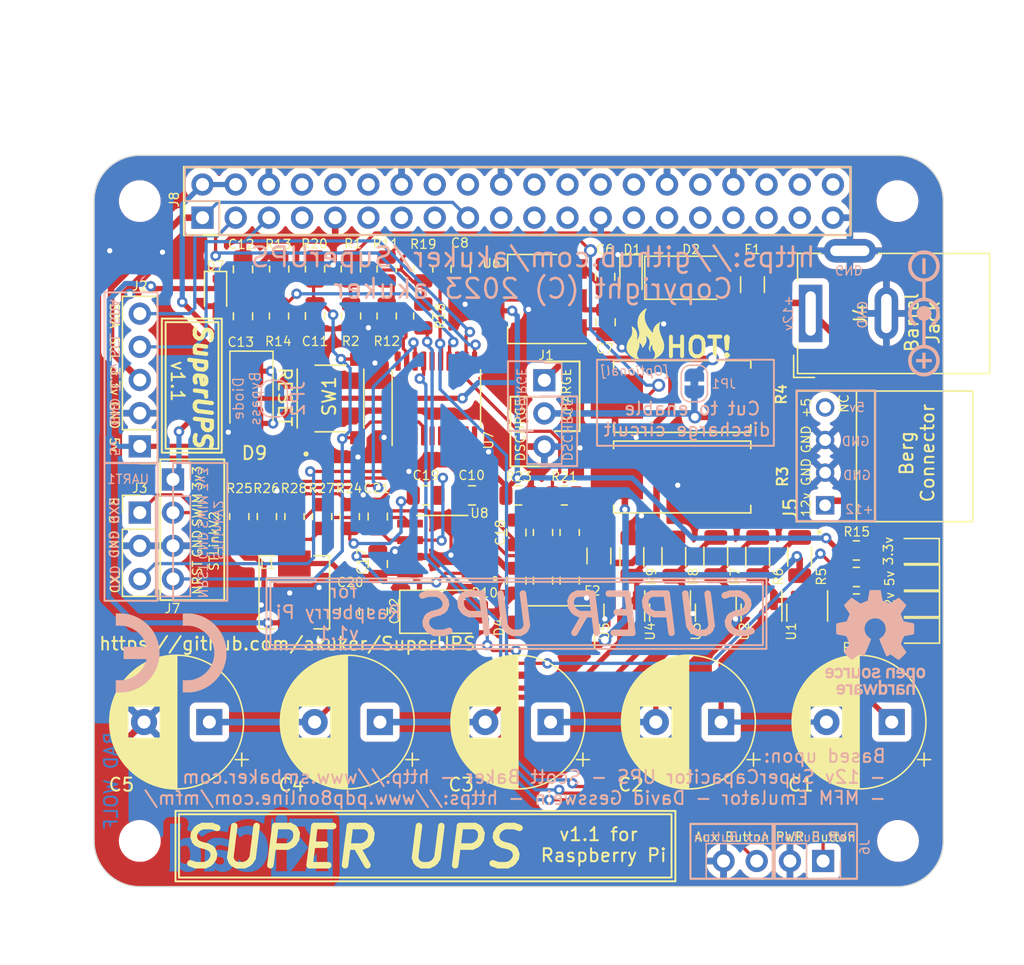
<source format=kicad_pcb>
(kicad_pcb (version 20221018) (generator pcbnew)
  (layers (0 "F.Cu" signal) (31 "B.Cu" signal) (34 "B.Paste" user) (35 "F.Paste" user) (36 "B.SilkS" user "B.Silkscreen") (37 "F.SilkS" user "F.Silkscreen") (38 "B.Mask" user) (39 "F.Mask" user) (44 "Edge.Cuts" user))
  (net 0 "")
  (net 1 "VIN")
  (net 2 "GND")
  (net 3 "I2C_SCL")
  (net 4 "I2C_SDA")
  (net 5 "/Buck Converter/VIN_12v")
  (net 6 "+5V")
  (net 7 "VIN_SENSE")
  (net 8 "POW_ENABLE")
  (net 9 "UPS_SENSE")
  (net 10 "Net-(D4-A)")
  (net 11 "Net-(U1-K)")
  (net 12 "Net-(U2-K)")
  (net 13 "Net-(U3-K)")
  (net 14 "Net-(U4-K)")
  (net 15 "Power_Button")
  (net 16 "Spare_Button")
  (net 17 "RS232_RXD")
  (net 18 "RS232_TXD")
  (net 19 "SWIM")
  (net 20 "NRST")
  (net 21 "VOUT_SENSE")
  (net 22 "+3.3V")
  (net 23 "DEBUG_LED")
  (net 24 "PI_3v3")
  (net 25 "Net-(U7-VCAP)")
  (net 26 "Net-(D10-K)")
  (net 27 "Net-(U8-BOOT)")
  (net 28 "Net-(U8-SS)")
  (net 29 "Net-(U8-COMP)")
  (net 30 "Net-(#FLG01-pwr)")
  (net 31 "Net-(D3-A)")
  (net 32 "+12V")
  (net 33 "Net-(D5-A)")
  (net 34 "Net-(C19-Pad2)")
  (net 35 "Net-(D6-A)")
  (net 36 "Net-(D8-A)")
  (net 37 "Net-(J1-Pin_2)")
  (net 43 "Net-(#FLG03-pwr)")
  (net 66 "Net-(U8-EN)")
  (net 67 "Net-(U8-VSENSE)")
  (net 70 "Net-(R25-Pad2)")
  (net 73 "Net-(R27-Pad2)")
  (footprint "LED_SMD:LED_0805_2012Metric" (layer "F.Cu") (at 113.014095 130.302 180)
    (fp_text reference "D5" hide)
    (fp_text value "Green")
  )
  (footprint "Diode_SMD:D_SOD-323" (layer "F.Cu") (at 91.1 109.22 -90)
    (fp_text reference "D1")
    (fp_text value "PTVSHC3D15VUH")
  )
  (footprint "Package_TO_SOT_SMD:SOT-23" (layer "F.Cu") (at 97.59 135.02 -90)
    (fp_text reference "U3")
    (fp_text value "KA431SMFTF")
  )
  (footprint "Resistor_SMD:R_1206_3216Metric" (layer "F.Cu") (at 104.01 130.72 90)
    (fp_text reference "R5")
    (fp_text value "1k")
  )
  (footprint "Capacitor_THT:CP_Radial_D10.0mm_P5.00mm" (layer "F.Cu") (at 84.940937 143.4 180)
    (fp_text reference "C3")
    (fp_text value "10F")
  )
  (footprint "Capacitor_SMD:C_0805_2012Metric" (layer "F.Cu") (at 82.326 128.8795 90)
    (fp_text reference "C18")
    (fp_text value "10n")
  )
  (footprint "Capacitor_SMD:C_0805_2012Metric" (layer "F.Cu") (at 61.4 112.32 -90)
    (fp_text reference "C13")
    (fp_text value "100n")
  )
  (footprint "Diode_SMD:D_SOD-323" (layer "F.Cu") (at 59.3 110.5 -90)
    (fp_text reference "D7")
    (fp_text value "PTVSHC3D15VUH")
  )
  (footprint "raspberrypi_supercap_ups_lib:TE_171826-4" (layer "F.Cu") (at 110.51 123.0475 90)
    (fp_text reference "J5")
    (fp_text value "171826-4")
  )
  (footprint "Capacitor_THT:CP_Radial_D10.0mm_P5.00mm" (layer "F.Cu") (at 111.057915 143.4 180)
    (fp_text reference "C1")
    (fp_text value "10F")
  )
  (footprint "MountingHole:MountingHole_2.7mm_M2.5" (layer "F.Cu") (at 53.5 103.5)
    (fp_text reference "H1" hide)
    (fp_text value "MountingHole" hide)
  )
  (footprint "Resistor_SMD:R_0805_2012Metric" (layer "F.Cu") (at 75.2 112.3 -90)
    (fp_text reference "R18")
    (fp_text value "1k")
  )
  (footprint "MountingHole:MountingHole_2.7mm_M2.5" (layer "F.Cu") (at 111.5 103.5)
    (fp_text reference "H2" hide)
    (fp_text value "MountingHole" hide)
  )
  (footprint "raspberrypi_supercap_ups_lib:Sunltech_SLO0530H" (layer "F.Cu") (at 65.329 133.4595 -90)
    (fp_text reference "L1")
    (fp_text value "6.8uH")
  )
  (footprint "MountingHole:MountingHole_2.7mm_M2.5" (layer "F.Cu") (at 111.54 152.5)
    (fp_text reference "H4" hide)
    (fp_text value "MountingHole" hide)
  )
  (footprint "Capacitor_SMD:C_0805_2012Metric" (layer "F.Cu") (at 66.915 112.3 -90)
    (fp_text reference "C11")
    (fp_text value "1u")
  )
  (footprint "raspberrypi_supercap_ups_lib:SW_TS-1187A-B-A-B" (layer "F.Cu") (at 68.1 118.618 90)
    (fp_text reference "SW1")
    (fp_text value "Reset")
  )
  (footprint "Capacitor_SMD:C_0805_2012Metric" (layer "F.Cu") (at 75.386 126.038 180)
    (fp_text reference "C19")
    (fp_text value "4.7n")
  )
  (footprint "Resistor_SMD:R_0805_2012Metric" (layer "F.Cu") (at 108.35 130.257)
    (fp_text reference "R15")
    (fp_text value "1k")
  )
  (footprint "Capacitor_SMD:C_0805_2012Metric" (layer "F.Cu") (at 82.475332 126.038)
    (fp_text reference "C9")
    (fp_text value "10u")
  )
  (footprint "Capacitor_SMD:C_0805_2012Metric" (layer "F.Cu") (at 71.716 131.2945 90)
    (fp_text reference "C17")
    (fp_text value "100n")
  )
  (footprint "Package_TO_SOT_SMD:SOT-23" (layer "F.Cu") (at 104.59 135.02 -90)
    (fp_text reference "U1")
    (fp_text value "KA431SMFTF")
  )
  (footprint "Resistor_SMD:R_0805_2012Metric" (layer "F.Cu") (at 66.915 108.7 90)
    (fp_text reference "R20")
    (fp_text value "10k")
  )
  (footprint "Capacitor_THT:CP_Radial_D10.0mm_P5.00mm" (layer "F.Cu") (at 58.823959 143.4 180)
    (fp_text reference "C5")
    (fp_text value "10F")
  )
  (footprint "raspberrypi_supercap_ups_lib:SMT_Resistor_4122" (layer "F.Cu") (at 95.02 118.46 180)
    (fp_text reference "R4")
    (fp_text value "10 3W")
  )
  (footprint "Resistor_SMD:R_1206_3216Metric" (layer "F.Cu") (at 91.17 130.76 90)
    (fp_text reference "R9")
    (fp_text value "1k")
  )
  (footprint "Resistor_SMD:R_0805_2012Metric" (layer "F.Cu") (at 84.366 128.8795 90)
    (fp_text reference "R23")
    (fp_text value "68.1k")
  )
  (footprint "Diode_SMD:D_SMA" (layer "F.Cu") (at 84.806 136.144 180)
    (fp_text reference "D4")
    (fp_text value "SS54")
  )
  (footprint "Capacitor_SMD:C_0805_2012Metric" (layer "F.Cu") (at 89.154 112.776 -90)
    (fp_text reference "C7")
    (fp_text value "10u")
  )
  (footprint "Resistor_SMD:R_0805_2012Metric" (layer "F.Cu") (at 64.1725 108.7 -90)
    (fp_text reference "R13")
    (fp_text value "10k")
  )
  (footprint "Resistor_SMD:R_1206_3216Metric" (layer "F.Cu") (at 94.38 130.76 90)
    (fp_text reference "R8")
    (fp_text value "1k")
  )
  (footprint "MountingHole:MountingHole_2.7mm_M2.5" (layer "F.Cu") (at 53.5 152.5)
    (fp_text reference "H3" hide)
    (fp_text value "MountingHole" hide)
  )
  (footprint "Resistor_SMD:R_0805_2012Metric" (layer "F.Cu") (at 86 126.038 180)
    (fp_text reference "R21")
    (fp_text value "0")
  )
  (footprint "Capacitor_SMD:C_0805_2012Metric" (layer "F.Cu") (at 82.326 132.5695 -90)
    (fp_text reference "C16")
    (fp_text value "4.7n")
  )
  (footprint "Capacitor_SMD:C_0805_2012Metric" (layer "F.Cu") (at 86.406 132.5695 -90)
    (fp_text reference "C14")
    (fp_text value "4.7u")
  )
  (footprint "Resistor_SMD:R_0805_2012Metric" (layer "F.Cu") (at 69.6575 108.7 -90)
    (fp_text reference "R1")
    (fp_text value "10k")
  )
  (footprint "LED_SMD:LED_0805_2012Metric" (layer "F.Cu") (at 113.03 132.334 180)
    (fp_text reference "D6" hide)
    (fp_text value "Green")
  )
  (footprint "Resistor_SMD:R_0805_2012Metric" (layer "F.Cu") (at 61.116 127.6595 90)
    (fp_text reference "R25")
    (fp_text value "200")
  )
  (footprint "Capacitor_THT:CP_Radial_D10.0mm_P5.00mm" (layer "F.Cu") (at 71.882448 143.4 180)
    (fp_text reference "C4")
    (fp_text value "10F")
  )
  (footprint "Capacitor_SMD:C_0805_2012Metric" (layer "F.Cu") (at 71.716 134.9295 90)
    (fp_text reference "C22")
    (fp_text value "47u")
  )
  (footprint "Connector_PinHeader_2.54mm:PinHeader_1x03_P2.54mm_Vertical" (layer "F.Cu") (at 53.501 127.36)
    (fp_text reference "J3")
    (fp_text value "Conn_01x03")
  )
  (footprint "Resistor_SMD:R_0805_2012Metric" (layer "F.Cu") (at 108.35 132.289)
    (fp_text reference "R16")
    (fp_text value "1k")
  )
  (footprint "Capacitor_SMD:C_0805_2012Metric" (layer "F.Cu") (at 78.066 108.7 -90)
    (fp_text reference "C8")
    (fp_text value "100n")
  )
  (footprint "Package_SO:TSSOP-20_4.4x6.5mm_P0.65mm" (layer "F.Cu") (at 76.2 118.618 90)
    (fp_text reference "U7")
    (fp_text value "STM8S003F3P")
  )
  (footprint "Resistor_SMD:R_0805_2012Metric" (layer "F.Cu") (at 108.3075 136.398)
    (fp_text reference "R17")
    (fp_text value "1k")
  )
  (footprint "Resistor_SMD:R_1206_3216Metric" (layer "F.Cu") (at 100.8 130.72 90)
    (fp_text reference "R6")
    (fp_text value "1k")
  )
  (footprint "Diode_SMD:D_SMA" (layer "F.Cu") (at 76.911 134.9495)
    (fp_text reference "D10")
    (fp_text value "SS54")
  )
  (footprint "Capacitor_SMD:C_0805_2012Metric" (layer "F.Cu") (at 69.572 134.9295 90)
    (fp_text reference "C20")
    (fp_text value "47u")
  )
  (footprint "LED_SMD:LED_0805_2012Metric" (layer "F.Cu") (at 113.03 136.398 180)
    (fp_text reference "D8")
    (fp_text value "Green")
  )
  (footprint "raspberrypi_supercap_ups_lib:SOIC127P599X175-8N" (layer "F.Cu") (at 76.656 130.102 180)
    (fp_text reference "U8")
    (fp_text value "TPS54331DR")
  )
  (footprint "Package_TO_SOT_SMD:SOT-23" (layer "F.Cu") (at 90.59 135.02 -90)
    (fp_text reference "U5")
    (fp_text value "KA431SMFTF")
  )
  (footprint "Resistor_SMD:R_0805_2012Metric" (layer "F.Cu") (at 72.4 108.7 -90)
    (fp_text reference "R11")
    (fp_text value "10k")
  )
  (footprint "Resistor_SMD:R_0805_2012Metric" (layer "F.Cu") (at 63.23 127.6595 -90)
    (fp_text reference "R26")
    (fp_text value "10k")
  )
  (footprint "Resistor_SMD:R_0805_2012Metric" (layer "F.Cu") (at 69.572 127.6595 90)
    (fp_text reference "R24")
    (fp_text value "49.9k")
  )
  (footprint "Capacitor_SMD:C_0805_2012Metric" (layer "F.Cu") (at 78.930666 126.038 180)
    (fp_text reference "C10")
    (fp_text value "1u")
  )
  (footprint "Resistor_SMD:R_0805_2012Metric" (layer "F.Cu") (at 86.406 128.8795 90)
    (fp_text reference "R22")
    (fp_text value "332k")
  )
  (footprint "Capacitor_SMD:C_0805_2012Metric" (layer "F.Cu") (at 71.716 127.6595 90)
    (fp_text reference "C21")
    (fp_text value "39p")
  )
  (footprint "Package_TO_SOT_SMD:SOT-23" (layer "F.Cu") (at 101.09 135.02 -90)
    (fp_text reference "U2")
    (fp_text value "KA431SMFTF")
  )
  (footprint "Resistor_SMD:R_0805_2012Metric" (layer "F.Cu") (at 72.4 112.3 -90)
    (fp_text reference "R12")
    (fp_text value "2.2k")
  )
  (footprint "Resistor_SMD:R_0805_2012Metric" (layer "F.Cu") (at 75.2 108.7 90)
    (fp_text reference "R19")
    (fp_text value "1k")
  )
  (footprint "Fuse:Fuse_1206_3216Metric" (layer "F.Cu") (at 100.4 109.9 90)
    (fp_text reference "F1")
    (fp_text value "Fuse_Small")
  )
  (footprint "Resistor_SMD:R_0805_2012Metric" (layer "F.Cu") (at 64.1575 112.3 -90)
    (fp_text reference "R14")
    (fp_text value "2.2k")
  )
  (footprint "Resistor_SMD:R_1206_3216Metric" (layer "F.Cu") (at 97.59 130.72 90)
    (fp_text reference "R7")
    (fp_text value "1k")
  )
  (footprint "Resistor_SMD:R_0805_2012Metric" (layer "F.Cu") (at 108.35 134.321)
    (fp_text reference "R10")
    (fp_text value "1k")
  )
  (footprint "Package_TO_SOT_SMD:SOT-23" (layer "F.Cu") (at 94.09 135.02 -90)
    (fp_text reference "U4")
    (fp_text value "KA431SMFTF")
  )
  (footprint "LED_SMD:LED_0805_2012Metric" (layer "F.Cu") (at 113.03 134.366 180)
    (fp_text reference "D3" hide)
    (fp_text value "Green")
  )
  (footprint "Package_TO_SOT_SMD:SOT-223-3_TabPin2" (layer "F.Cu") (at 83.566 110.998 180)
    (fp_text reference "U6")
    (fp_text value "AMS1117-3.3")
  )
  (footprint "Connector_PinHeader_2.54mm:PinHeader_1x05_P2.54mm_Vertical" (layer "F.Cu") (at 53.501 122.28 180)
    (fp_text reference "J2")
    (fp_text value "Conn_01x05")
  )
  (footprint "Resistor_SMD:R_0805_2012Metric" (layer "F.Cu") (at 69.6725 112.3 90)
    (fp_text reference "R2")
    (fp_text value "2.2k")
  )
  (footprint "Connector_BarrelJack:BarrelJack_Wuerth_6941xx301002" (layer "F.Cu") (at 104.85 112.106 90)
    (fp_text reference "J4")
    (fp_text value "Barrel_Jack")
  )
  (footprint "raspberrypi_supercap_ups_lib:SMT_Resistor_4122" (layer "F.Cu") (at 95.02 124.63 180)
    (fp_text reference "R3")
    (fp_text value "10 3W")
  )
  (footprint "Capacitor_SMD:C_0805_2012Metric" (layer "F.Cu") (at 84.366 132.5695 -90)
    (fp_text reference "C15")
    (fp_text value "4.7u")
  )
  (footprint "Fuse:Fuse_1206_3216Metric" (layer "F.Cu") (at 88.646 130.678 90)
    (fp_text reference "F2")
    (fp_text value "Fuse_Small")
  )
  (footprint "Capacitor_SMD:C_0805_2012Metric" (layer "F.Cu") (at 61.4 108.72 90)
    (fp_text reference "C12")
    (fp_text value "10u")
  )
  (footprint "Resistor_SMD:R_0805_2012Metric" (layer "F.Cu") (at 65.344 127.6595 90)
    (fp_text reference "R28")
    (fp_text value "200")
  )
  (footprint "Capacitor_SMD:C_0805_2012Metric" (layer "F.Cu") (at 89.122 109.302 90)
    (fp_text reference "C6")
    (fp_text value "10u")
  )
  (footprint "Diode_SMD:D_SMA" (layer "F.Cu") (at 95.665 109.37)
    (fp_text reference "D2")
    (fp_text value "SS54")
  )
  (footprint "raspberrypi_supercap_ups_lib:hot_warning_4" (layer "F.Cu") (at 92.2 113.7)
    (fp_text reference "Z1" hide)
    (fp_text value "SYM_Hot_Small" hide)
  )
  (footprint "Capacitor_THT:CP_Radial_D10.0mm_P5.00mm" (layer "F.Cu") (at 97.999426 143.4 180)
    (fp_text reference "C2")
    (fp_text value "10F")
  )
  (footprint "Resistor_SMD:R_0805_2012Metric" (layer "F.Cu") (at 67.458 127.6595 90)
    (fp_text reference "R27")
    (fp_text value "1.5k")
  )
  (footprint "Diode_SMD:D_SMA" (layer "F.Cu") (at 62.05 118.5 -90)
    (fp_text reference "D9")
    (fp_text value "D_Schottky_Small")
  )
  (footprint "Jumper:SolderJumper-2_P1.3mm_Open_RoundedPad1.0x1.5mm" (layer "B.Cu") (at 63.8 118.625 90)
    (fp_text reference "JP2")
    (fp_text value "SolderJumper_2_Open")
  )
  (footprint "Symbol:KiCad-Logo_5mm_Copper" (layer "B.Cu") (at 62 153.4 180)
    (fp_text reference "Z4" hide)
    (fp_text value "Logo_Open_Hardware_Small" hide)
  )
  (footprint "Jumper:SolderJumper-2_P1.3mm_Bridged_RoundedPad1.0x1.5mm" (layer "B.Cu") (at 95.95 117.47 90)
    (fp_text reference "JP1")
    (fp_text value "Charge Enb")
  )
  (footprint "Connector_PinHeader_2.54mm:PinHeader_1x04_P2.54mm_Vertical" (layer "B.Cu") (at 105.805 154.04 90)
    (fp_text reference "J6")
    (fp_text value "LEDs and Buttons")
  )
  (footprint "Symbol:CE-Logo_8.5x6mm_SilkScreen" (layer "B.Cu") (at 55.9 138.1 180)
    (fp_text reference "Z3" hide)
    (fp_text value "Logo_Open_Hardware_Small" hide)
  )
  (footprint "Connector_PinSocket_2.54mm:PinSocket_2x20_P2.54mm_Vertical" (layer "B.Cu") (at 58.3 104.77 -90)
    (fp_text reference "J8")
    (fp_text value "Raspberry_Pi_2_3")
  )
  (footprint "Symbol:OSHW-Logo_7.5x8mm_SilkScreen" (layer "B.Cu") (at 109.8 137.3 180)
    (fp_text reference "Z2" hide)
    (fp_text value "Logo_Open_Hardware_Small" hide)
  )
  (footprint "Symbol:Polarity_Center_Positive_6mm_SilkScreen" (layer "B.Cu") (at 113.525 112.1 -90)
    (fp_text reference "X1" hide)
    (fp_text value "~" hide)
  )
  (footprint "Connector_PinHeader_2.54mm:PinHeader_1x04_P2.54mm_Vertical" (layer "B.Cu") (at 56.041 124.82 180)
    (fp_text reference "J7")
    (fp_text value "STLinkV2 Connector")
  )
  (footprint "Connector_PinHeader_2.54mm:PinHeader_1x03_P2.54mm_Vertical" (layer "B.Cu") (at 84.468 117.222 180)
    (fp_text reference "J1")
    (fp_text value "Conn_01x03")
  )
  (gr_rect (start 63.5 132.66) (end 101.2 137.506) (stroke (width 0.15)) (fill none) (layer "B.SilkS"))
  (gr_rect (start 56.05 123.556) (end 60.2 134.112) (stroke (width 0.15)) (fill none) (layer "B.SilkS"))
  (gr_line (start 81.679 115.76) (end 84.473 115.76) (stroke (width 0.15)) (layer "B.SilkS"))
  (gr_rect (start 63.2 132.406) (end 101.468 137.794) (stroke (width 0.15)) (fill none) (layer "B.SilkS"))
  (gr_line (start 84.185 123.794) (end 86.979 123.794) (stroke (width 0.15)) (layer "B.SilkS"))
  (gr_rect (start 88.5 115.65) (end 102.04 122.24) (stroke (width 0.15)) (fill none) (layer "B.SilkS"))
  (gr_line (start 81.679 121.094) (end 81.679 115.76) (stroke (width 0.15)) (layer "B.SilkS"))
  (gr_line (start 86.979 118.46) (end 84.185 118.46) (stroke (width 0.15)) (layer "B.SilkS"))
  (gr_rect (start 50.8 123.556) (end 54.864 134.112) (stroke (width 0.15)) (fill none) (layer "B.SilkS"))
  (gr_line (start 83.581 121.094) (end 81.679 121.094) (stroke (width 0.15)) (layer "B.SilkS"))
  (gr_rect (start 103.8 118) (end 109.8 128) (stroke (width 0.15)) (fill none) (layer "B.SilkS"))
  (gr_line (start 86.979 123.794) (end 86.979 118.46) (stroke (width 0.15)) (layer "B.SilkS"))
  (gr_rect (start 50.8 110.49) (end 54.864 123.556) (stroke (width 0.15)) (fill none) (layer "B.SilkS"))
  (gr_rect (start 102.1 151.2) (end 108.4 155.4) (stroke (width 0.15)) (fill none) (layer "B.SilkS"))
  (gr_rect (start 95.65 151.2) (end 101.95 155.4) (stroke (width 0.15)) (fill none) (layer "B.SilkS"))
  (gr_rect (start 55.06 123.280031) (end 59.967 134.059968) (stroke (width 0.15)) (fill none) (layer "F.SilkS"))
  (gr_line (start 81.868 118.48) (end 81.868 123.814) (stroke (width 0.15)) (layer "F.SilkS"))
  (gr_line (start 59.6 106.1) (end 59.6 103.5) (stroke (width 0.15)) (layer "F.SilkS"))
  (gr_rect (start 56.5 150.46) (end 94.2 155.306) (stroke (width 0.15)) (fill none) (layer "F.SilkS"))
  (gr_rect (start 56.9 100.9) (end 107.9 106.1) (stroke (width 0.2)) (fill none) (layer "F.SilkS"))
  (gr_line (start 87.168 121.114) (end 85.266 121.114) (stroke (width 0.15)) (layer "F.SilkS"))
  (gr_rect (start 56.232 150.206) (end 94.5 155.594) (stroke (width 0.15)) (fill none) (layer "F.SilkS"))
  (gr_line (start 84.374 115.78) (end 87.168 115.78) (stroke (width 0.15)) (layer "F.SilkS"))
  (gr_line (start 56.9 103.5) (end 59.6 103.5) (stroke (width 0.15)) (layer "F.SilkS"))
  (gr_line (start 84.662 118.48) (end 81.868 118.48) (stroke (width 0.15)) (layer "F.SilkS"))
  (gr_rect (start 102.1 151.2) (end 108.4 155.4) (stroke (width 0.15)) (fill none) (layer "F.SilkS"))
  (gr_line (start 81.868 123.814) (end 84.662 123.814) (stroke (width 0.15)) (layer "F.SilkS"))
  (gr_rect (start 95.65 151.2) (end 101.95 155.4) (stroke (width 0.15)) (fill none) (layer "F.SilkS"))
  (gr_line (start 87.168 115.78) (end 87.168 121.114) (stroke (width 0.15)) (layer "F.SilkS"))
  (gr_rect (start 55.477 112.768) (end 59.523 122.468) (stroke (width 0.15)) (fill none) (layer "F.SilkS"))
  (gr_rect (start 55.189 112.5) (end 59.777 122.768) (stroke (width 0.15)) (fill none) (layer "F.SilkS"))
  (gr_line locked (start 115 103.5) (end 115 152.5) (stroke (width 0.1)) (layer "Edge.Cuts"))
  (gr_line locked (start 53.5 100) (end 111.5 100) (stroke (width 0.1)) (layer "Edge.Cuts"))
  (gr_arc locked (start 50 103.5) (mid 51.025126 101.025126) (end 53.5 100) (stroke (width 0.1)) (layer "Edge.Cuts"))
  (gr_line locked (start 111.5 156) (end 53.5 156) (stroke (width 0.1)) (layer "Edge.Cuts"))
  (gr_arc locked (start 115 152.5) (mid 113.974874 154.974874) (end 111.5 156) (stroke (width 0.1)) (layer "Edge.Cuts"))
  (gr_arc locked (start 111.5 100) (mid 113.974874 101.025126) (end 115 103.5) (stroke (width 0.1)) (layer "Edge.Cuts"))
  (gr_arc locked (start 53.5 156) (mid 51.025126 154.974874) (end 50 152.5) (stroke (width 0.1)) (layer "Edge.Cuts"))
  (gr_line locked (start 50 152.5) (end 50 103.5) (stroke (width 0.1)) (layer "Edge.Cuts"))
  (gr_text "BAD WOLF" (at 51.3 147.9 90) (layer "B.Cu") (effects (font (size 1 1)) (justify mirror)))
  (gr_text "GND" (at 108.825 112.2 90) (layer "B.SilkS") (effects (font (size 0.7 0.7) (thickness 0.1)) (justify mirror)))
  (gr_text "NRST" (at 58.3 132.6 270) (layer "B.SilkS") (effects (font (size 0.7 0.7) (thickness 0.1)) (justify mirror)))
  (gr_text "GND" (at 58.3 129.9 270) (layer "B.SilkS") (effects (font (size 0.7 0.7) (thickness 0.1)) (justify mirror)))
  (gr_text "5v" (at 51.562 122.428 270) (layer "B.SilkS") (effects (font (size 0.7 0.7) (thickness 0.1)) (justify mirror)))
  (gr_text "GND" (at 107.775 108.775 180) (layer "B.SilkS") (effects (font (size 0.7 0.7) (thickness 0.1)) (justify mirror)))
  (gr_text "GND" (at 51.562 119.634 270) (layer "B.SilkS") (effects (font (size 0.7 0.7) (thickness 0.1)) (justify mirror)))
  (gr_text "5v" (at 108.4 119.3) (layer "B.SilkS") (effects (font (size 0.7 0.7) (thickness 0.1)) (justify mirror)))
  (gr_text "CHARGE" (at 82.695 118.3 -90) (layer "B.SilkS") (effects (font (size 0.7 0.7) (thickness 0.1)) (justify mirror)))
  (gr_text "+12v" (at 103.15 112.075 90) (layer "B.SilkS") (effects (font (size 0.7 0.7) (thickness 0.1)) (justify mirror)))
  (gr_text "GND" (at 51.5 129.8 270) (layer "B.SilkS") (effects (font (size 0.7 0.7) (thickness 0.1)) (justify mirror)))
  (gr_text "3v3" (at 58.3 124.8 270) (layer "B.SilkS") (effects (font (size 0.7 0.7) (thickness 0.1)) (justify mirror)))
  (gr_text "GND" (at 108.3 121.9) (layer "B.SilkS") (effects (font (size 0.7 0.7) (thickness 0.1)) (justify mirror)))
  (gr_text "DSCHRGE" (at 86.217 121 -90) (layer "B.SilkS") (effects (font (size 0.7 0.7) (thickness 0.1)) (justify mirror)))
  (gr_text "SUPER UPS" (at 87.9 135.2) (layer "B.SilkS") (effects (font (size 3 3) (thickness 0.5) italic) (justify mirror)))
  (gr_text "\nBased upon:\n- 12v SuperCapacitor UPS - Scott Baker - http://www.smbaker.com\n- MFM Emulator - David Gesswein - https://www.pdp8online.com/mfm/" (at 110.7 146.8) (layer "B.SilkS") (effects (font (size 1 1)) (justify left mirror)))
  (gr_text "PWR Button" (at 108.4 152.2) (layer "B.SilkS") (effects (font (size 0.7 0.7) (thickness 0.1)) (justify left mirror)))
  (gr_text "Cut to enable \ndischarge circuit" (at 95.4 120.2) (layer "B.SilkS") (effects (font (size 1 1)) (justify mirror)))
  (gr_text "for \nRaspberry Pi\nv1.1" (at 68.7 135) (layer "B.SilkS") (effects (font (size 1 1)) (justify mirror)))
  (gr_text "SDA" (at 51.562 112.014 270) (layer "B.SilkS") (effects (font (size 0.7 0.7) (thickness 0.1)) (justify mirror)))
  (gr_text "[Optional]" (at 91.4 116.5) (layer "B.SilkS") (effects (font (size 0.7 0.7) (thickness 0.1) italic) (justify mirror)))
  (gr_text "Aux Button" (at 101.7 152.2) (layer "B.SilkS") (effects (font (size 0.7 0.7) (thickness 0.1)) (justify left mirror)))
  (gr_text "RXD" (at 51.5 127.2 270) (layer "B.SilkS") (effects (font (size 0.7 0.7) (thickness 0.1)) (justify mirror)))
  (gr_text "TXD" (at 51.562 132.334 270) (layer "B.SilkS") (effects (font (size 0.7 0.7) (thickness 0.1)) (justify mirror)))
  (gr_text "STLinkV2" (at 59.5 128.7 -90) (layer "B.SilkS") (effects (font (size 0.7 0.7) (thickness 0.1)) (justify mirror)))
  (gr_text "SWIM" (at 58.3 127.3 270) (layer "B.SilkS") (effects (font (size 0.7 0.7) (thickness 0.1)) (justify mirror)))
  (gr_text "SCL" (at 51.562 114.554 270) (layer "B.SilkS") (effects (font (size 0.7 0.7) (thickness 0.1)) (justify mirror)))
  (gr_text "+12" (at 108.6 127.1) (layer "B.SilkS") (effects (font (size 0.7 0.7) (thickness 0.1)) (justify mirror)))
  (gr_text "UART1" (at 52.6 124.8) (layer "B.SilkS") (effects (font (size 0.7 0.7) (thickness 0.1)) (justify mirror)))
  (gr_text "https://github.com/akuker/SuperUPS\nCopyright (C) 2023 akuker" (at 83.6 109) (layer "B.SilkS") (effects (font (size 1.5 1.5) (thickness 0.2)) (justify mirror)))
  (gr_text "Diode\nBypass" (at 62.8 118.625 90) (layer "B.SilkS") (effects (font (size 0.8 0.8) (thickness 0.1)) (justify bottom mirror)))
  (gr_text "GND" (at 108.4 124.5) (layer "B.SilkS") (effects (font (size 0.7 0.7) (thickness 0.1)) (justify mirror)))
  (gr_text "3.3v" (at 51.6 117 270) (layer "B.SilkS") (effects (font (size 0.7 0.7) (thickness 0.1)) (justify mirror)))
  (gr_text "NC" (at 107.4 119 90) (layer "F.SilkS") (effects (font (size 0.7 0.7) (thickness 0.1))))
  (gr_text "Barrel\nJack" (at 113.4 112.8 90) (layer "F.SilkS") (effects (font (size 1 1))))
  (gr_text "HOT!" (at 96.3 114.7) (layer "F.SilkS") (effects (font (size 1.5 1.5) (thickness 0.3))))
  (gr_text "v1.1 for \nRaspberry Pi\n" (at 89 152.8) (layer "F.SilkS") (effects (font (size 1 1))))
  (gr_text "CHARGE" (at 86.152 118.32 90) (layer "F.SilkS") (effects (font (size 0.7 0.7) (thickness 0.1))))
  (gr_text "SCL" (at 51.562 114.808 270) (layer "F.SilkS") (effects (font (size 0.7 0.7) (thickness 0.1))))
  (gr_text "SUPER UPS" (at 69.8 153) (layer "F.SilkS") (effects (font (size 3 3) (thickness 0.5) italic)))
  (gr_text "Aux Button" (at 95.9 152.2) (layer "F.SilkS") (effects (font (size 0.7 0.7) (thickness 0.1)) (justify left)))
  (gr_text "GND" (at 51.562 119.888 270) (layer "F.SilkS") (effects (font (size 0.7 0.7) (thickness 0.1))))
  (gr_text "5v" (at 110.9 132.4 90) (layer "F.SilkS") (effects (font (size 0.7 0.7) (thickness 0.1))))
  (gr_text "https://github.com/akuker/SuperUPS" (at 64.8 137.4) (layer "F.SilkS") (effects (font (size 1 1))))
  (gr_text "STLinkV2" (at 59.182 129.54 90) (layer "F.SilkS") (effects (font (size 0.7 0.7) (thickness 0.1))))
  (gr_text "SuperUPS" (at 58.3 117.7 270) (layer "F.SilkS") (effects (font (size 1.3 1.3) (thickness 0.325) italic)))
  (gr_text "RXD" (at 51.5 127.2 270) (layer "F.SilkS") (effects (font (size 0.7 0.7) (thickness 0.1))))
  (gr_text "3.3v" (at 110.8 130.3 90) (layer "F.SilkS") (effects (font (size 0.7 0.7) (thickness 0.1))))
  (gr_text "SDA" (at 51.562 112.268 270) (layer "F.SilkS") (effects (font (size 0.7 0.7) (thickness 0.1))))
  (gr_text "3v3" (at 57.912 124.714 90) (layer "F.SilkS") (effects (font (size 0.7 0.7) (thickness 0.1))))
  (gr_text "SWIM" (at 57.912 127.159555 90) (layer "F.SilkS") (effects (font (size 0.7 0.7) (thickness 0.1))))
  (gr_text "GND" (at 57.912 129.738444 90) (layer "F.SilkS") (effects (font (size 0.7 0.7) (thickness 0.1))))
  (gr_text "3.3v" (at 51.6 117.3 270) (layer "F.SilkS") (effects (font (size 0.7 0.7) (thickness 0.1))))
  (gr_text "TXD" (at 51.562 132.588 270) (layer "F.SilkS") (effects (font (size 0.7 0.7) (thickness 0.1))))
  (gr_text "12v" (at 110.9 134.366 90) (layer "F.SilkS") (effects (font (size 0.7 0.7) (thickness 0.1))))
  (gr_text "Berg\nConnector" (at 113 122.8 90) (layer "F.SilkS") (effects (font (size 1 1))))
  (gr_text "5v" (at 51.562 122.174 270) (layer "F.SilkS") (effects (font (size 0.7 0.7) (thickness 0.1))))
  (gr_text "DSCHRGE" (at 82.63 121.02 90) (layer "F.SilkS") (effects (font (size 0.7 0.7) (thickness 0.1))))
  (gr_text "NRST" (at 57.912 132.334 90) (layer "F.SilkS") (effects (font (size 0.7 0.7) (thickness 0.1))))
  (gr_text "PWR Button" (at 102.1 152.2) (layer "F.SilkS") (effects (font (size 0.7 0.7) (thickness 0.1)) (justify left)))
  (gr_text "v1.1" (at 56.4 117.3 270) (layer "F.SilkS") (effects (font (size 1 1))))
  (gr_text "RESET" (at 64.6 118.5 270) (layer "F.SilkS") (effects (font (size 1 1))))
  (gr_text "GND" (at 51.48368 129.776936 -90) (layer "F.SilkS") (effects (font (size 0.7 0.7) (thickness 0.1))))
  (segment (start 104.044 111.3) (end 104.85 112.106) (width 0.5) (layer "F.Cu") (net 1))
  (segment (start 108.05 126.45) (end 105.96 126.45) (width 0.5) (layer "F.Cu") (net 1))
  (segment (start 100.4 111.3) (end 104.044 111.3) (width 0.5) (layer "F.Cu") (net 1))
  (segment (start 109.1 116.2) (end 109.1 125.4) (width 0.5) (layer "F.Cu") (net 1))
  (segment (start 105.3 112.4) (end 109.1 116.2) (width 0.5) (layer "F.Cu") (net 1))
  (segment (start 109.1 125.4) (end 108.05 126.45) (width 0.5) (layer "F.Cu") (net 1))
  (segment (start 56.9 107.5) (end 58.1 108.7) (width 0.25) (layer "F.Cu") (net 2))
  (segment (start 74.525 123.775) (end 74.1 124.2) (width 0.25) (layer "F.Cu") (net 2))
  (segment (start 75.161507 123.775) (end 77.175 123.775) (width 0.25) (layer "F.Cu") (net 2))
  (segment (start 68.73498 125.90998) (end 69.572 126.747) (width 0.25) (layer "F.Cu") (net 2))
  (segment (start 76.6623 128.4377) (end 77.324501 129.099901) (width 0.25) (layer "F.Cu") (net 2))
  (segment (start 80.896 134.9495) (end 82.326 133.5195) (width 0.4) (layer "F.Cu") (net 2))
  (segment (start 91.1 110.4) (end 93.6 112.9) (width 0.25) (layer "F.Cu") (net 2))
  (segment (start 71.716 126.7095) (end 72.231001 127.224501) (width 0.25) (layer "F.Cu") (net 2))
  (segment (start 78.7635 134.9495) (end 77.111 136.602) (width 0.4) (layer "F.Cu") (net 2))
  (segment (start 69.572 133.9795) (end 71.716 133.9795) (width 0.4) (layer "F.Cu") (net 2))
  (segment (start 77.324501 129.099901) (end 77.324501 130.601019) (width 0.25) (layer "F.Cu") (net 2))
  (segment (start 88.726 113.298) (end 89.154 113.726) (width 0.25) (layer "F.Cu") (net 2))
  (segment (start 77.324501 130.601019) (end 77.31552 130.61) (width 0.25) (layer "F.Cu") (net 2))
  (segment (start 55.840664 107.5) (end 56.9 107.5) (width 0.25) (layer "F.Cu") (net 2))
  (segment (start 77.18852 130.737) (end 77.31552 130.61) (width 0.4) (layer "F.Cu") (net 2))
  (segment (start 78.066 109.65) (end 78.066 111.066) (width 0.25) (layer "F.Cu") (net 2))
  (segment (start 82.326 133.5195) (end 86.406 133.5195) (width 0.4) (layer "F.Cu") (net 2))
  (segment (start 65.049928 126.747) (end 64.000848 125.69792) (width 0.25) (layer "F.Cu") (net 2))
  (segment (start 89.122 108.352) (end 89.874 107.6) (width 0.25) (layer "F.Cu") (net 2))
  (segment (start 77.175 121.4805) (end 77.175 123.775) (width 0.25) (layer "F.Cu") (net 2))
  (segment (start 83.425332 127.026332) (end 84.366 127.967) (width 0.25) (layer "F.Cu") (net 2))
  (segment (start 89.874 107.6) (end 90.1 107.6) (width 0.25) (layer "F.Cu") (net 2))
  (segment (start 89.1 135.5) (end 89.64 134.96) (width 0.4) (layer "F.Cu") (net 2))
  (segment (start 60.4 108.7) (end 61.33 107.77) (width 0.25) (layer "F.Cu") (net 2))
  (segment (start 75.161507 123.775) (end 74.525 123.775) (width 0.25) (layer "F.Cu") (net 2))
  (segment (start 87.3195 133.5195) (end 87.7 133.9) (width 0.4) (layer "F.Cu") (net 2))
  (segment (start 78.911 134.9495) (end 80.896 134.9495) (width 0.4) (layer "F.Cu") (net 2))
  (segment (start 68.46 108.24) (end 68.3 108.4) (width 0.25) (layer "F.Cu") (net 2))
  (segment (start 77.980666 124.580666) (end 77.980666 126.038) (width 0.25) (layer "F.Cu") (net 2))
  (segment (start 72.84052 136.03152) (end 72.84052 135.10402) (width 0.4) (layer "F.Cu") (net 2))
  (segment (start 86.406 133.5195) (end 87.3195 133.5195) (width 0.4) (layer "F.Cu") (net 2))
  (segment (start 77.175 123.775) (end 77.980666 124.580666) (width 0.25) (layer "F.Cu") (net 2))
  (segment (start 77.980666 126.038) (end 77.980666 127.119334) (width 0.25) (layer "F.Cu") (net 2))
  (segment (start 75.449101 127.224501) (end 76.6623 128.4377) (width 0.25) (layer "F.Cu") (net 2))
  (segment (start 89.426 113.726) (end 90.4 114.7) (width 0.25) (layer "F.Cu") (net 2))
  (segment (start 72.84052 135.10402) (end 71.716 133.9795) (width 0.4) (layer "F.Cu") (net 2))
  (segment (start 73.443799 130.737) (end 73.0405 130.333701) (width 0.4) (layer "F.Cu") (net 2))
  (segment (start 65.344 126.747) (end 66.18102 125.90998) (width 0.25) (layer "F.Cu") (net 2))
  (segment (start 89.64 134.96) (end 89.64 134.0825) (width 0.4) (layer "F.Cu") (net 2))
  (segment (start 77.111 136.602) (end 73.411 136.602) (width 0.4) (layer "F.Cu") (net 2))
  (segment (start 71.716 126.584) (end 74.1 124.2) (width 0.25) (layer "F.Cu") (net 2))
  (segment (start 58.1 108.7) (end 60.4 108.7) (width 0.25) (layer "F.Cu") (net 2))
  (segment (start 83.425332 126.038) (end 83.425332 127.026332) (width 0.25) (layer "F.Cu") (net 2))
  (segment (start 78.066 111.066) (end 78.4 111.4) (width 0.25) (layer "F.Cu") (net 2))
  (segment (start 52.732832 110.607832) (end 55.840664 107.5) (width 0.25) (layer "F.Cu") (net 2))
  (segment (start 73.411 136.602) (end 72.84052 136.03152) (width 0.4) (layer "F.Cu") (net 2))
  (segment (start 69.853 126.747) (end 70.6 126) (width 0.25) (layer "F.Cu") (net 2))
  (segment (start 84.366 127.967) (end 82.3635 127.967) (width 0.4) (layer "F.Cu") (net 2))
  (segment (start 86.716 113.298) (end 88.726 113.298) (width 0.25) (layer "F.Cu") (net 2))
  (segment (start 77.980666 127.119334) (end 76.6623 128.4377) (width 0.25) (layer "F.Cu") (net 2))
  (segment (start 72.231001 127.224501) (end 75.449101 127.224501) (width 0.25) (layer "F.Cu") (net 2))
  (segment (start 74.186 130.737) (end 77.18852 130.737) (width 0.4) (layer "F.Cu") (net 2))
  (segment (start 68.46 104.77) (end 68.46 108.24) (width 0.25) (layer "F.Cu") (net 2))
  (segment (start 66.18102 125.90998) (end 68.73498 125.90998) (width 0.25) (layer "F.Cu") (net 2))
  (via (at 83.254652 111.7975) (size 0.8) (drill 0.4) (layers "F.Cu" "B.Cu") (net 2))
  (via (at 94.68 125.26) (size 0.8) (drill 0.4) (layers "F.Cu" "B.Cu") (net 2))
  (via (at 90.4 114.7) (size 0.8) (drill 0.4) (layers "F.Cu" "B.Cu") (net 2))
  (via (at 62.796 134.434) (size 0.8) (drill 0.4) (layers "F.Cu" "B.Cu") (net 2))
  (via (at 91.5 121.6) (size 0.8) (drill 0.4) (layers "F.Cu" "B.Cu") (net 2))
  (via (at 80.2 122.7) (size 0.8) (drill 0.4) (layers "F.Cu" "B.Cu") (net 2))
  (via (at 91.9 127.6) (size 0.8) (drill 0.4) (layers "F.Cu" "B.Cu") (net 2))
  (via (at 99.1 135.5) (size 0.8) (drill 0.4) (layers "F.Cu" "B.Cu") (net 2))
  (via (at 70.2 123.1) (size 0.8) (drill 0.4) (layers "F.Cu" "B.Cu") (net 2))
  (via (at 51.2 107.3) (size 0.8) (drill 0.4) (layers "F.Cu" "B.Cu") (net 2))
  (via (at 90.1 107.6) (size 0.8) (drill 0.4) (layers "F.Cu" "B.Cu") (net 2))
  (via (at 73.0405 130.333701) (size 0.8) (drill 0.4) (layers "F.Cu" "B.Cu") (net 2))
  (via (at 93.6 112.9) (size 0.8) (drill 0.4) (layers "F.Cu" "B.Cu") (net 2))
  (via (at 72.2 121.6) (size 0.8) (drill 0.4) (layers "F.Cu" "B.Cu") (net 2))
  (via (at 55.237499 107.412499) (size 0.8) (drill 0.4) (layers "F.Cu" "B.Cu") (net 2))
  (via (at 95.84 135.09) (size 0.8) (drill 0.4) (layers "F.Cu" "B.Cu") (net 2))
  (via (at 64.000848 125.69792) (size 0.8) (drill 0.4) (layers "F.Cu" "B.Cu") (net 2))
  (via (at 64.976 133.514) (size 0.8) (drill 0.4) (layers "F.Cu" "B.Cu") (net 2))
  (via (at 89.1 135.5) (size 0.8) (drill 0.4) (layers "F.Cu" "B.Cu") (net 2))
  (via (at 77.31552 130.61) (size 0.8) (drill 0.4) (layers "F.Cu" "B.Cu") (net 2))
  (via (at 60.275 121.2) (size 0.8) (drill 0.4) (layers "F.Cu" "B.Cu") (net 2))
  (via (at 68.3 108.4) (size 0.8) (drill 0.4) (layers "F.Cu" "B.Cu") (net 2))
  (via (at 74.1 124.2) (size 0.8) (drill 0.4) (layers "F.Cu" "B.Cu") (net 2))
  (via (at 67.206 137.164) (size 0.8) (drill 0.4) (layers "F.Cu" "B.Cu") (net 2))
  (via (at 52.732832 110.607832) (size 0.8) (drill 0.4) (layers "F.Cu" "B.Cu") (net 2))
  (via (at 76.6 137.4) (size 0.8) (drill 0.4) (layers "F.Cu" "B.Cu") (net 2))
  (via (at 67.226 133.094) (size 0.8) (drill 0.4) (layers "F.Cu" "B.Cu") (net 2))
  (via (at 78.4 111.4) (size 0.8) (drill 0.4) (layers "F.Cu" "B.Cu") (net 2))
  (via (at 87.7 133.9) (size 0.8) (drill 0.4) (layers "F.Cu" "B.Cu") (net 2))
  (via (at 70.6 126) (size 0.8) (drill 0.4) (layers "F.Cu" "B.Cu") (net 2))
  (via (at 71.5 115.9) (size 0.8) (drill 0.4) (layers "F.Cu" "B.Cu") (net 2))
  (via (at 71 113.2) (size 0.8) (drill 0.4) (layers "F.Cu" "B.Cu") (net 2))
  (via (at 87.2 122.4) (size 0.8) (drill 0.4) (layers "F.Cu" "B.Cu") (net 2))
  (segment (start 87.7 133.9) (end 87.7 134.1) (width 0.4) (layer "B.Cu") (net 2))
  (segment (start 87.7 134.1) (end 89.1 135.5) (width 0.4) (layer "B.Cu") (net 2))
  (segment (start 78.475 115.7555) (end 78.475 113.816415) (width 0.25) (layer "F.Cu") (net 3))
  (segment (start 78.475 113.816415) (end 78.76921 113.522205) (width 0.25) (layer "F.Cu") (net 3))
  (via (at 78.76921 113.522205) (size 0.8) (drill 0.4) (layers "F.Cu" "B.Cu") (net 3))
  (segment (start 71.801005 106.554) (end 78.76921 113.522205) (width 0.25) (layer "B.Cu") (net 3))
  (segment (start 57.665 114.66) (end 58.575499 113.749501) (width 0.25) (layer "B.Cu") (net 3))
  (segment (start 61.596 106.554) (end 63.38 104.77) (width 0.25) (layer "B.Cu") (net 3))
  (segment (start 58.575499 106.612219) (end 58.582219 106.605499) (width 0.25) (layer "B.Cu") (net 3))
  (segment (start 58.575499 113.749501) (end 58.575499 106.612219) (width 0.25) (layer "B.Cu") (net 3))
  (segment (start 61.596 106.554) (end 71.801005 106.554) (width 0.25) (layer "B.Cu") (net 3))
  (segment (start 53.501 114.66) (end 57.665 114.66) (width 0.25) (layer "B.Cu") (net 3))
  (segment (start 58.582219 106.605499) (end 61.544501 106.605499) (width 0.25) (layer "B.Cu") (net 3))
  (segment (start 61.544501 106.605499) (end 61.596 106.554) (width 0.25) (layer "B.Cu") (net 3))
  (segment (start 59.3 106.31) (end 59.3 107.7) (width 0.25) (layer "F.Cu") (net 4))
  (segment (start 79.125 114.575) (end 79.2 114.5) (width 0.25) (layer "F.Cu") (net 4))
  (segment (start 60.84 104.77) (end 59.3 106.31) (width 0.25) (layer "F.Cu") (net 4))
  (segment (start 79.125 115.7555) (end 79.125 114.575) (width 0.25) (layer "F.Cu") (net 4))
  (via (at 59.3 107.7) (size 0.8) (drill 0.4) (layers "F.Cu" "B.Cu") (net 4))
  (via (at 79.2 114.5) (size 0.8) (drill 0.4) (layers "F.Cu" "B.Cu") (net 4))
  (segment (start 60.84 104.77) (end 59.454011 106.155989) (width 0.25) (layer "B.Cu") (net 4))
  (segment (start 57.708307 106.155989) (end 57.708307 111.691693) (width 0.25) (layer "B.Cu") (net 4))
  (segment (start 71.700099 107.475499) (end 59.524501 107.475499) (width 0.25) (layer "B.Cu") (net 4))
  (segment (start 57.708307 111.691693) (end 57.28 112.12) (width 0.25) (layer "B.Cu") (net 4))
  (segment (start 79.2 114.5) (end 78.7 114.5) (width 0.25) (layer "B.Cu") (net 4))
  (segment (start 57.28 112.12) (end 53.501 112.12) (width 0.25) (layer "B.Cu") (net 4))
  (segment (start 78.7 114.5) (end 78.224501 114.024501) (width 0.25) (layer "B.Cu") (net 4))
  (segment (start 59.524501 107.475499) (end 59.3 107.7) (width 0.25) (layer "B.Cu") (net 4))
  (segment (start 78.224501 113.999901) (end 71.700099 107.475499) (width 0.25) (layer "B.Cu") (net 4))
  (segment (start 78.224501 114.024501) (end 78.224501 113.999901) (width 0.25) (layer "B.Cu") (net 4))
  (segment (start 59.454011 106.155989) (end 57.708307 106.155989) (width 0.25) (layer "B.Cu") (net 4))
  (segment (start 79.126 130.737) (end 80.681006 130.737) (width 0.5) (layer "F.Cu") (net 5))
  (segment (start 80.681006 130.737) (end 81.563506 131.6195) (width 0.5) (layer "F.Cu") (net 5))
  (segment (start 86.406 129.792) (end 88.132 129.792) (width 0.5) (layer "F.Cu") (net 5))
  (segment (start 86.406 131.6195) (end 86.406 129.792) (width 0.5) (layer "F.Cu") (net 5))
  (segment (start 81.563506 131.6195) (end 82.326 131.6195) (width 0.5) (layer "F.Cu") (net 5))
  (segment (start 88.132 129.792) (end 88.646 129.278) (width 0.5) (layer "F.Cu") (net 5))
  (segment (start 82.326 131.6195) (end 86.406 131.6195) (width 0.5) (layer "F.Cu") (net 5))
  (segment (start 74.2 138.9) (end 71.716 136.416) (width 0.25) (layer "F.Cu") (net 6))
  (segment (start 71.716 136.416) (end 71.716 135.8795) (width 0.25) (layer "F.Cu") (net 6))
  (segment (start 71.716 135.8795) (end 69.572 135.8795) (width 0.4) (layer "F.Cu") (net 6))
  (segment (start 59.3 109.45) (end 59.3 110.2) (width 0.25) (layer "F.Cu") (net 6))
  (segment (start 54.525 110.2) (end 59.3 110.2) (width 0.4) (layer "F.Cu") (net 6))
  (segment (start 107.4375 132.289) (end 105.6485 130.5) (width 0.25) (layer "F.Cu") (net 6))
  (segment (start 62.893629 120.525) (end 61.138629 122.28) (width 0.4) (layer "F.Cu") (net 6))
  (segment (start 54.345132 110.020132) (end 54.525 110.2) (width 0.4) (layer "F.Cu") (net 6))
  (segment (start 61.138629 122.28) (end 53.501 122.28) (width 0.4) (layer "F.Cu") (net 6))
  (segment (start 63.7 120.525) (end 62.893629 120.525) (width 0.4) (layer "F.Cu") (net 6))
  (segment (start 63.2825 107.7875) (end 61.4 109.67) (width 0.4) (layer "F.Cu") (net 6))
  (segment (start 62.4385 130.842) (end 63.006 131.4095) (width 0.4) (layer "F.Cu") (net 6))
  (segment (start 61.576 130.842) (end 62.4385 130.842) (width 0.4) (layer "F.Cu") (net 6))
  (segment (start 61.116 128.572) (end 61.116 130.382) (width 0.4) (layer "F.Cu") (net 6))
  (segment (start 61.116 130.382) (end 61.576 130.842) (width 0.4) (layer "F.Cu") (net 6))
  (segment (start 60.87 110.2) (end 59.3 110.2) (width 0.4) (layer "F.Cu") (net 6))
  (segment (start 64.1725 107.7875) (end 63.2825 107.7875) (width 0.4) (layer "F.Cu") (net 6))
  (segment (start 61.4 109.67) (end 61.4 111.37) (width 0.4) (layer "F.Cu") (net 6))
  (segment (start 63.006 133.3365) (end 65.329 135.6595) (width 0.4) (layer "F.Cu") (net 6))
  (segment (start 61.4 109.67) (end 60.87 110.2) (width 0.4) (layer "F.Cu") (net 6))
  (segment (start 63.3 135.8) (end 65.1885 135.8) (width 0.4) (layer "F.Cu") (net 6))
  (segment (start 84.7 138.9) (end 74.2 138.9) (width 0.25) (layer "F.Cu") (net 6))
  (segment (start 63.006 131.4095) (end 63.006 133.3365) (width 0.4) (layer "F.Cu") (net 6))
  (segment (start 69.352 135.6595) (end 65.329 135.6595) (width 0.4) (layer "F.Cu") (net 6))
  (segment (start 105.6485 130.5) (end 105.6 130.5) (width 0.25) (layer "F.Cu") (net 6))
  (via (at 105.6 130.5) (size 0.8) (drill 0.4) (layers "F.Cu" "B.Cu") (net 6))
  (via (at 84.7 138.9) (size 0.8) (drill 0.4) (layers "F.Cu" "B.Cu") (net 6))
  (via (at 63.3 135.8) (size 0.8) (drill 0.4) (layers "F.Cu" "B.Cu") (net 6))
  (via (at 54.345132 110.020132) (size 0.8) (drill 0.4) (layers "F.Cu" "B.Cu") (net 6))
  (via (at 63.7 120.525) (size 0.8) (drill 0.4) (layers "F.Cu" "B.Cu") (net 6))
  (segment (start 63.8 120.425) (end 63.8 119.275) (width 0.4) (layer "B.Cu") (net 6))
  (segment (start 63.7 120.525) (end 63.8 120.425) (width 0.4) (layer "B.Cu") (net 6))
  (segment (start 53.131371 109.875) (end 53.064203 109.807832) (width 0.4) (layer "B.Cu") (net 6))
  (segment (start 53.1 135.8) (end 63.3 135.8) (width 0.4) (layer "B.Cu") (net 6))
  (segment (start 51.16 111.05) (end 51.16 121.52) (width 0.4) (layer "B.Cu") (net 6))
  (segment (start 54.345132 110.020132) (end 54.2 109.875) (width 0.4) (layer "B.Cu") (net 6))
  (segment (start 51.1 121.58) (end 51.1 133.8) (width 0.4) (layer "B.Cu") (net 6))
  (segment (start 54.2 109.875) (end 53.131371 109.875) (width 0.4) (layer "B.Cu") (net 6))
  (segment (start 51.1 133.8) (end 53.1 135.8) (width 0.4) (layer "B.Cu") (net 6))
  (segment (start 53.064203 109.807832) (end 52.402168 109.807832) (width 0.4) (layer "B.Cu") (net 6))
  (segment (start 52.402168 109.807832) (end 51.16 111.05) (width 0.4) (layer "B.Cu") (net 6))
  (segment (start 53.501 122.28) (end 51.92 122.28) (width 0.4) (layer "B.Cu") (net 6))
  (segment (start 97.2 138.9) (end 84.7 138.9) (width 0.25) (layer "B.Cu") (net 6))
  (segment (start 51.92 122.28) (end 51.16 121.52) (width 0.4) (layer "B.Cu") (net 6))
  (segment (start 51.16 121.52) (end 51.1 121.58) (width 0.4) (layer "B.Cu") (net 6))
  (segment (start 105.6 130.5) (end 97.2 138.9) (width 0.25) (layer "B.Cu") (net 6))
  (segment (start 73.275 115.7555) (end 73.125988 115.606488) (width 0.25) (layer "F.Cu") (net 7))
  (segment (start 72.937013 112.22452) (end 70.490352 112.22452) (width 0.25) (layer "F.Cu") (net 7))
  (segment (start 73.42452 113.712973) (end 73.42452 112.712027) (width 0.25) (layer "F.Cu") (net 7))
  (segment (start 73.125988 114.011505) (end 73.42452 113.712973) (width 0.25) (layer "F.Cu") (net 7))
  (segment (start 73.42452 112.712027) (end 72.937013 112.22452) (width 0.25) (layer "F.Cu") (net 7))
  (segment (start 69.633332 109.6125) (end 69.633332 111.3675) (width 0.25) (layer "F.Cu") (net 7))
  (segment (start 73.125988 115.606488) (end 73.125988 114.011505) (width 0.25) (layer "F.Cu") (net 7))
  (segment (start 70.490352 112.22452) (end 69.653332 111.3875) (width 0.25) (layer "F.Cu") (net 7))
  (segment (start 82.509128 121.127489) (end 77.825 116.443361) (width 0.25) (layer "F.Cu") (net 8))
  (segment (start 85.0875 124.8125) (end 85.642511 124.257489) (width 0.25) (layer "F.Cu") (net 8))
  (segment (start 77.825 116.443361) (end 77.825 115.7555) (width 0.25) (layer "F.Cu") (net 8))
  (segment (start 85.642511 124.257489) (end 85.642511 121.815501) (width 0.25) (layer "F.Cu") (net 8))
  (segment (start 85.642511 121.815501) (end 84.954499 121.127489) (width 0.25) (layer "F.Cu") (net 8))
  (segment (start 84.954499 121.127489) (end 82.509128 121.127489) (width 0.25) (layer "F.Cu") (net 8))
  (segment (start 85.0875 126.038) (end 85.0875 124.8125) (width 0.25) (layer "F.Cu") (net 8))
  (segment (start 72.898 109.3705) (end 72.898 111.1015) (width 0.25) (layer "F.Cu") (net 9))
  (segment (start 73.94951 115.07411) (end 73.94951 115.73099) (width 0.25) (layer "F.Cu") (net 9))
  (segment (start 73.87403 113.899167) (end 73.675499 114.097698) (width 0.25) (layer "F.Cu") (net 9))
  (segment (start 72.735697 111.3875) (end 73.87403 112.525833) (width 0.25) (layer "F.Cu") (net 9))
  (segment (start 73.87403 112.525833) (end 73.87403 113.899167) (width 0.25) (layer "F.Cu") (net 9))
  (segment (start 73.675499 114.097698) (end 73.675499 114.800099) (width 0.25) (layer "F.Cu") (net 9))
  (segment (start 73.675499 114.800099) (end 73.94951 115.07411) (width 0.25) (layer "F.Cu") (net 9))
  (segment (start 87.094022 106.394022) (end 88 107.3) (width 0.25) (layer "F.Cu") (net 10))
  (segment (start 104.01 131.8625) (end 104.01 130.91) (width 0.5) (layer "F.Cu") (net 10))
  (segment (start 104.59 135.0325) (end 105.54 134.0825) (width 0.4) (layer "F.Cu") (net 10))
  (segment (start 84.155511 137.493511) (end 88.706489 137.493511) (width 0.5) (layer "F.Cu") (net 10))
  (segment (start 104.59 136.932085) (end 111.057915 143.4) (width 0.4) (layer "F.Cu") (net 10))
  (segment (start 92.36 118.46) (end 90.02 118.46) (width 0.25) (layer "F.Cu") (net 10))
  (segment (start 82.806 136.144) (end 84.155511 137.493511) (width 0.5) (layer "F.Cu") (net 10))
  (segment (start 73.793478 106.394022) (end 87.094022 106.394022) (width 0.25) (layer "F.Cu") (net 10))
  (segment (start 106.0985 134.321) (end 105.54 133.7625) (width 0.5) (layer "F.Cu") (net 10))
  (segment (start 90.63 127.12) (end 90.63 125.38) (width 0.5) (layer "F.Cu") (net 10))
  (segment (start 72.4 107.7875) (end 73.793478 106.394022) (width 0.25) (layer "F.Cu") (net 10))
  (segment (start 104.01 130.91) (end 103.8 130.7) (width 0.5) (layer "F.Cu") (net 10))
  (segment (start 105.54 133.7125) (end 104.01 132.1825) (width 0.4) (layer "F.Cu") (net 10))
  (segment (start 89.88 118.46) (end 89.88 124.63) (width 0.5) (layer "F.Cu") (net 10))
  (segment (start 104.59 135.9575) (end 104.59 135.0325) (width 0.4) (layer "F.Cu") (net 10))
  (segment (start 93.218 117.602) (end 92.36 118.46) (width 0.25) (layer "F.Cu") (net 10))
  (segment (start 104.59 135.6375) (end 104.59 136.932085) (width 0.4) (layer "F.Cu") (net 10))
  (segment (start 88.706489 137.493511) (end 89.1 137.1) (width 0.5) (layer "F.Cu") (net 10))
  (segment (start 107.4375 134.321) (end 106.0985 134.321) (width 0.5) (layer "F.Cu") (net 10))
  (via (at 103.8 130.7) (size 0.8) (drill 0.4) (layers "F.Cu" "B.Cu") (net 10))
  (via (at 93.218 117.602) (size 1) (drill 0.6) (layers "F.Cu" "B.Cu") (net 10))
  (via (at 88 107.3) (size 1) (drill 0.6) (layers "F.Cu" "B.Cu") (net 10))
  (via (at 90.63 127.12) (size 0.8) (drill 0.4) (layers "F.Cu" "B.Cu") (net 10))
  (via (at 89.1 137.1) (size 1) (drill 0.6) (layers "F.Cu" "B.Cu") (net 10))
  (segment (start 90.68 132.16) (end 102.34 132.16) (width 0.5) (layer "B.Cu") (net 10))
  (segment (start 88 113.3246) (end 88 107.3) (width 0.25) (layer "B.Cu") (net 10))
  (segment (start 93.218 117.602) (end 92.2774 117.602) (width 0.25) (layer "B.Cu") (net 10))
  (segment (start 92.2774 117.602) (end 88 113.3246) (width 0.25) (layer "B.Cu") (net 10))
  (segment (start 89.1 137.1) (end 90.68 135.52) (width 0.5) (layer "B.Cu") (net 10))
  (segment (start 90.68 127.17) (end 90.63 127.12) (width 0.5) (layer "B.Cu") (net 10))
  (segment (start 90.68 135.52) (end 90.68 132.16) (width 0.5) (layer "B.Cu") (net 10))
  (segment (start 102.34 132.16) (end 103.8 130.7) (width 0.5) (layer "B.Cu") (net 10))
  (segment (start 90.68 132.16) (end 90.68 127.17) (width 0.5) (layer "B.Cu") (net 10))
  (segment (start 97.999426 138.728074) (end 97.999426 143.4) (width 0.4) (layer "F.Cu") (net 11))
  (segment (start 101.09 135.9575) (end 101.09 135.0325) (width 0.4) (layer "F.Cu") (net 11))
  (segment (start 101.09 135.0325) (end 102.04 134.0825) (width 0.4) (layer "F.Cu") (net 11))
  (segment (start 103.64 134.0825) (end 102.04 134.0825) (width 0.4) (layer "F.Cu") (net 11))
  (segment (start 102.04 133.4225) (end 100.8 132.1825) (width 0.4) (layer "F.Cu") (net 11))
  (segment (start 102.04 134.0825) (end 102.04 133.4225) (width 0.4) (layer "F.Cu") (net 11))
  (segment (start 103.725 129.2575) (end 100.8 132.1825) (width 0.4) (layer "F.Cu") (net 11))
  (segment (start 101.09 135.6375) (end 97.999426 138.728074) (width 0.4) (layer "F.Cu") (net 11))
  (segment (start 97.999426 143.4) (end 106.057915 143.4) (width 0.4) (layer "B.Cu") (net 11))
  (segment (start 98.54 133.1325) (end 97.59 132.1825) (width 0.4) (layer "F.Cu") (net 12))
  (segment (start 92.999426 140.228074) (end 92.999426 143.4) (width 0.4) (layer "F.Cu") (net 12))
  (segment (start 100.14 134.0825) (end 98.54 134.0825) (width 0.4) (layer "F.Cu") (net 12))
  (segment (start 97.59 135.6375) (end 92.999426 140.228074) (width 0.4) (layer "F.Cu") (net 12))
  (segment (start 97.59 135.0325) (end 98.54 134.0825) (width 0.4) (layer "F.Cu") (net 12))
  (segment (start 97.59 135.9575) (end 97.59 135.0325) (width 0.4) (layer "F.Cu") (net 12))
  (segment (start 100.515 129.2575) (end 97.59 132.1825) (width 0.4) (layer "F.Cu") (net 12))
  (segment (start 98.54 134.0825) (end 98.54 133.1325) (width 0.4) (layer "F.Cu") (net 12))
  (segment (start 84.940937 143.4) (end 92.999426 143.4) (width 0.5) (layer "B.Cu") (net 12))
  (segment (start 94.09 135.9575) (end 94.09 135.0325) (width 0.4) (layer "F.Cu") (net 13))
  (segment (start 94.09 135.6375) (end 88.2275 141.5) (width 0.4) (layer "F.Cu") (net 13))
  (segment (start 81.840937 141.5) (end 79.940937 143.4) (width 0.4) (layer "F.Cu") (net 13))
  (segment (start 88.2275 141.5) (end 81.840937 141.5) (width 0.4) (layer "F.Cu") (net 13))
  (segment (start 95.04 134.0825) (end 95.04 132.8825) (width 0.4) (layer "F.Cu") (net 13))
  (segment (start 95.04 132.8825) (end 94.38 132.2225) (width 0.4) (layer "F.Cu") (net 13))
  (segment (start 96.64 134.0825) (end 95.04 134.0825) (width 0.4) (layer "F.Cu") (net 13))
  (segment (start 94.09 135.0325) (end 95.04 134.0825) (width 0.4) (layer "F.Cu") (net 13))
  (segment (start 97.345 129.2575) (end 94.38 132.2225) (width 0.4) (layer "F.Cu") (net 13))
  (segment (start 71.882448 143.4) (end 79.940937 143.4) (width 0.5) (layer "B.Cu") (net 13))
  (segment (start 69.482448 140.8) (end 66.882448 143.4) (width 0.4) (layer "F.Cu") (net 14))
  (segment (start 86.672088 140.8) (end 69.482448 140.8) (width 0.4) (layer "F.Cu") (net 14))
  (segment (start 91.54 132.5925) (end 91.17 132.2225) (width 0.4) (layer "F.Cu") (net 14))
  (segment (start 93.14 134.0825) (end 91.54 134.0825) (width 0.4) (layer "F.Cu") (net 14))
  (segment (start 90.239511 135.062989) (end 90.239511 137.232577) (width 0.4) (layer "F.Cu") (net 14))
  (segment (start 94.095 129.2975) (end 91.17 132.2225) (width 0.4) (layer "F.Cu") (net 14))
  (segment (start 91.54 134.0825) (end 91.54 132.5925) (width 0.4) (layer "F.Cu") (net 14))
  (segment (start 91.54 133.7625) (end 90.239511 135.062989) (width 0.4) (layer "F.Cu") (net 14))
  (segment (start 90.239511 137.232577) (end 86.672088 140.8) (width 0.4) (layer "F.Cu") (net 14))
  (segment (start 58.823959 143.4) (end 66.882448 143.4) (width 0.5) (layer "B.Cu") (net 14))
  (segment (start 104.648 148.717704) (end 104.012296 148.082) (width 0.25) (layer "F.Cu") (net 15))
  (segment (start 99.187704 148.082) (end 98.425704 148.844) (width 0.25) (layer "F.Cu") (net 15))
  (segment (start 104.012296 148.082) (end 99.187704 148.082) (width 0.25) (layer "F.Cu") (net 15))
  (segment (start 105.805 154.04) (end 105.805 151.2625) (width 0.25) (layer "F.Cu") (net 15))
  (segment (start 98.425704 148.844) (end 85.852 148.844) (width 0.25) (layer "F.Cu") (net 15))
  (segment (start 76.487608 109.175108) (end 76.487608 114.418566) (width 0.25) (layer "F.Cu") (net 15))
  (segment (start 76.597429 114.528387) (end 76.487608 114.418566) (width 0.25) (layer "F.Cu") (net 15))
  (segment (start 104.648 150.1055) (end 104.648 148.717704) (width 0.25) (layer "F.Cu") (net 15))
  (segment (start 105.805 151.2625) (end 104.6725 150.13) (width 0.25) (layer "F.Cu") (net 15))
  (segment (start 85.852 148.844) (end 85.598 148.59) (width 0.25) (layer "F.Cu") (net 15))
  (segment (start 76.597429 115.683071) (end 76.597429 114.528387) (width 0.25) (layer "F.Cu") (net 15))
  (segment (start 75.2 107.8875) (end 76.487608 109.175108) (width 0.25) (layer "F.Cu") (net 15))
  (via (at 85.598 148.59) (size 0.8) (drill 0.4) (layers "F.Cu" "B.Cu") (net 15))
  (via (at 76.487608 114.418566) (size 0.8) (drill 0.4) (layers "F.Cu" "B.Cu") (net 15))
  (segment (start 81.571499 122.996099) (end 76.487608 117.912208) (width 0.25) (layer "B.Cu") (net 15))
  (segment (start 81.571499 138.222099) (end 81.571499 122.996099) (width 0.25) (layer "B.Cu") (net 15))
  (segment (start 81.788 146.558) (end 81.788 138.4386) (width 0.25) (layer "B.Cu") (net 15))
  (segment (start 83.82 148.59) (end 81.788 146.558) (width 0.25) (layer "B.Cu") (net 15))
  (segment (start 85.598 148.59) (end 83.82 148.59) (width 0.25) (layer "B.Cu") (net 15))
  (segment (start 81.788 138.4386) (end 81.571499 138.222099) (width 0.25) (layer "B.Cu") (net 15))
  (segment (start 76.487608 117.912208) (end 76.487608 114.418566) (width 0.25) (layer "B.Cu") (net 15))
  (segment (start 99.3475 152.6625) (end 99.3475 150.13) (width 0.25) (layer "F.Cu") (net 16))
  (segment (start 84.836 149.352) (end 98.5695 149.352) (width 0.25) (layer "F.Cu") (net 16))
  (segment (start 75.875 114.900174) (end 75.499078 114.524252) (width 0.25) (layer "F.Cu") (net 16))
  (segment (start 98.5695 149.352) (end 99.3475 150.13) (width 0.25) (layer "F.Cu") (net 16))
  (segment (start 75.875 115.7555) (end 75.875 114.900174) (width 0.25) (layer "F.Cu") (net 16))
  (segment (start 75.499078 113.511578) (end 75.499078 114.270874) (width 0.25) (layer "F.Cu") (net 16))
  (segment (start 100.725 154.04) (end 99.3475 152.6625) (width 0.25) (layer "F.Cu") (net 16))
  (segment (start 75.499078 114.524252) (end 75.499078 114.270874) (width 0.25) (layer "F.Cu") (net 16))
  (via (at 75.499078 114.270874) (size 0.8) (drill 0.4) (layers "F.Cu" "B.Cu") (net 16))
  (via (at 84.836 149.352) (size 0.8) (drill 0.4) (layers "F.Cu" "B.Cu") (net 16))
  (segment (start 81.121988 135.886284) (end 75.875499 130.639795) (width 0.25) (layer "B.Cu") (net 16))
  (segment (start 81.265448 138.551752) (end 81.121988 138.408292) (width 0.25) (layer "B.Cu") (net 16))
  (segment (start 83.82 149.352) (end 81.265448 146.797448) (width 0.25) (layer "B.Cu") (net 16))
  (segment (start 81.121988 138.408292) (end 81.121988 135.886284) (width 0.25) (layer "B.Cu") (net 16))
  (segment (start 75.499078 114.524252) (end 75.499078 114.270874) (width 0.25) (layer "B.Cu") (net 16))
  (segment (start 75.875499 114.900673) (end 75.499078 114.524252) (width 0.25) (layer "B.Cu") (net 16))
  (segment (start 84.836 149.352) (end 83.82 149.352) (width 0.25) (layer "B.Cu") (net 16))
  (segment (start 81.265448 146.797448) (end 81.265448 138.551752) (width 0.25) (layer "B.Cu") (net 16))
  (segment (start 75.875499 130.639795) (end 75.875499 114.900673) (width 0.25) (layer "B.Cu") (net 16))
  (segment (start 56.652511 125.994511) (end 57.404 126.746) (width 0.25) (layer "F.Cu") (net 17))
  (segment (start 64.487141 124.523909) (end 64.931232 124.968) (width 0.25) (layer "F.Cu") (net 17))
  (segment (start 74.575 122.625) (end 74.575 121.4805) (width 0.25) (layer "F.Cu") (net 17))
  (segment (start 57.404 126.746) (end 59.626091 124.523909) (width 0.25) (layer "F.Cu") (net 17))
  (segment (start 69.971696 124.968) (end 70.225696 124.714) (width 0.25) (layer "F.Cu") (net 17))
  (segment (start 72.486 124.714) (end 74.575 122.625) (width 0.25) (layer "F.Cu") (net 17))
  (segment (start 53.501 127.36) (end 54.866489 125.994511) (width 0.25) (layer "F.Cu") (net 17))
  (segment (start 64.931232 124.968) (end 69.971696 124.968) (width 0.25) (layer "F.Cu") (net 17))
  (segment (start 54.866489 125.994511) (end 56.652511 125.994511) (width 0.25) (layer "F.Cu") (net 17))
  (segment (start 59.626091 124.523909) (end 64.487141 124.523909) (width 0.25) (layer "F.Cu") (net 17))
  (segment (start 70.225696 124.714) (end 72.486 124.714) (width 0.25) (layer "F.Cu") (net 17))
  (segment (start 66.548 124.206) (end 72.294 124.206) (width 0.25) (layer "F.Cu") (net 18))
  (segment (start 73.925 122.575) (end 73.925 121.4805) (width 0.25) (layer "F.Cu") (net 18))
  (segment (start 72.294 124.206) (end 73.925 122.575) (width 0.25) (layer "F.Cu") (net 18))
  (via (at 66.548 124.206) (size 0.8) (drill 0.4) (layers "F.Cu" "B.Cu") (net 18))
  (segment (start 66.346511 131.265489) (end 66.802 130.81) (width 0.25) (layer "B.Cu") (net 18))
  (segment (start 66.802 130.81) (end 66.802 124.46) (width 0.25) (layer "B.Cu") (net 18))
  (segment (start 66.802 124.46) (end 66.548 124.206) (width 0.25) (layer "B.Cu") (net 18))
  (segment (start 54.675511 131.265489) (end 66.346511 131.265489) (width 0.25) (layer "B.Cu") (net 18))
  (segment (start 53.501 132.44) (end 54.675511 131.265489) (width 0.25) (layer "B.Cu") (net 18))
  (segment (start 58.978007 127.36) (end 61.087517 125.25049) (width 0.25) (layer "F.Cu") (net 19))
  (segment (start 71.598802 125.275499) (end 71.761803 125.4385) (width 0.25) (layer "F.Cu") (net 19))
  (segment (start 74.575 115.7555) (end 74.575 114.463045) (width 0.25) (layer "F.Cu") (net 19))
  (segment (start 61.087517 125.25049) (end 63.423678 125.25049) (width 0.25) (layer "F.Cu") (net 19))
  (segment (start 63.700749 124.973419) (end 64.300947 124.973419) (width 0.25) (layer "F.Cu") (net 19))
  (segment (start 70.1369 125.4385) (end 70.299901 125.275499) (width 0.25) (layer "F.Cu") (net 19))
  (segment (start 70.299901 125.275499) (end 71.598802 125.275499) (width 0.25) (layer "F.Cu") (net 19))
  (segment (start 63.423678 125.25049) (end 63.700749 124.973419) (width 0.25) (layer "F.Cu") (net 19))
  (segment (start 64.300947 124.973419) (end 64.766028 125.4385) (width 0.25) (layer "F.Cu") (net 19))
  (segment (start 56.041 127.36) (end 58.978007 127.36) (width 0.25) (layer "F.Cu") (net 19))
  (segment (start 64.766028 125.4385) (end 70.1369 125.4385) (width 0.25) (layer "F.Cu") (net 19))
  (segment (start 74.575 114.463045) (end 74.450269 114.338314) (width 0.25) (layer "F.Cu") (net 19))
  (via (at 74.450269 114.338314) (size 0.8) (drill 0.4) (layers "F.Cu" "B.Cu") (net 19))
  (via (at 71.761803 125.4385) (size 0.8) (drill 0.4) (layers "F.Cu" "B.Cu") (net 19))
  (segment (start 71.761803 125.4385) (end 71.761803 125.355803) (width 0.25) (layer "B.Cu") (net 19))
  (segment (start 71.374 124.968) (end 71.374 117.726) (width 0.25) (layer "B.Cu") (net 19))
  (segment (start 74.5 114.6) (end 74.5 114.388045) (width 0.25) (layer "B.Cu") (net 19))
  (segment (start 71.374 117.726) (end 74.5 114.6) (width 0.25) (layer "B.Cu") (net 19))
  (segment (start 71.761803 125.355803) (end 71.374 124.968) (width 0.25) (layer "B.Cu") (net 19))
  (segment (start 74.5 114.388045) (end 74.450269 114.338314) (width 0.25) (layer "B.Cu") (net 19))
  (segment (start 74.850841 120.41848) (end 75.225 120.792639) (width 0.25) (layer "F.Cu") (net 20))
  (segment (start 67.45 111.35) (end 68.3 112.2) (width 0.25) (layer "F.Cu") (net 20))
  (segment (start 66.802 109.3705) (end 66.802 111.064) (width 0.25) (layer "F.Cu") (net 20))
  (segment (start 69.975 121.618) (end 69.082 121.618) (width 0.25) (layer "F.Cu") (net 20))
  (segment (start 69.975 121.618) (end 71.17452 120.41848) (width 0.25) (layer "F.Cu") (net 20))
  (segment (start 68.9 115.6) (end 69.957 115.6) (width 0.25) (layer "F.Cu") (net 20))
  (segment (start 71.17452 120.41848) (end 74.850841 120.41848) (width 0.25) (layer "F.Cu") (net 20))
  (segment (start 69.082 121.618) (end 69 121.7) (width 0.25) (layer "F.Cu") (net 20))
  (segment (start 75.225 120.792639) (end 75.225 121.4805) (width 0.25) (layer "F.Cu") (net 20))
  (via (at 68.9 115.6) (size 0.8) (drill 0.4) (layers "F.Cu" "B.Cu") (net 20))
  (via (at 68.3 112.2) (size 0.8) (drill 0.4) (layers "F.Cu" "B.Cu") (net 20))
  (via (at 69 121.7) (size 0.8) (drill 0.4) (layers "F.Cu" "B.Cu") (net 20))
  (segment (start 68.9 115.6) (end 69.6 116.3) (width 0.25) (layer "B.Cu") (net 20))
  (segment (start 56.041 132.44) (end 66.86 132.44) (width 0.25) (layer "B.Cu") (net 20))
  (segment (start 68.3 112.2) (end 68.3 115) (width 0.25) (layer "B.Cu") (net 20))
  (segment (start 66.86 132.44) (end 69 130.3) (width 0.25) (layer "B.Cu") (net 20))
  (segment (start 69.6 121.1) (end 69 121.7) (width 0.25) (layer "B.Cu") (net 20))
  (segment (start 69 130.3) (end 69 121.7) (width 0.25) (layer "B.Cu") (net 20))
  (segment (start 69.6 116.3) (end 69.6 121.1) (width 0.25) (layer "B.Cu") (net 20))
  (segment (start 68.3 115) (end 68.9 115.6) (width 0.25) (layer "B.Cu") (net 20))
  (segment (start 77.210214 114.589786) (end 77.5 114.3) (width 0.25) (layer "F.Cu") (net 21))
  (segment (start 64.7125 111.3875) (end 65.5 110.6) (width 0.25) (layer "F.Cu") (net 21))
  (segment (start 64.1 109.6125) (end 64.1 111.3875) (width 0.25) (layer "F.Cu") (net 21))
  (segment (start 77.210214 115.720286) (end 77.210214 114.589786) (width 0.25) (layer "F.Cu") (net 21))
  (via (at 77.5 114.3) (size 0.8) (drill 0.4) (layers "F.Cu" "B.Cu") (net 21))
  (via (at 65.5 110.6) (size 0.8) (drill 0.4) (layers "F.Cu" "B.Cu") (net 21))
  (segment (start 77.5 114) (end 77.5 114.3) (width 0.25) (layer "B.Cu") (net 21))
  (segment (start 65.5 110.6) (end 74.1 110.6) (width 0.25) (layer "B.Cu") (net 21))
  (segment (start 74.1 110.6) (end 77.5 114) (width 0.25) (layer "B.Cu") (net 21))
  (segment (start 73.52452 108.77548) (end 73.52452 107.937987) (width 0.25) (layer "F.Cu") (net 22))
  (segment (start 56.5 121.15) (end 59.05 118.6) (width 0.4) (layer "F.Cu") (net 22))
  (segment (start 108.34952 131.16902) (end 108.34952 135.44348) (width 0.4) (layer "F.Cu") (net 22))
  (segment (start 108.34952 135.44348) (end 107.395 136.398) (width 0.4) (layer "F.Cu") (net 22))
  (segment (start 68.600099 109.124501) (end 67.999901 109.124501) (width 0.25) (layer "F.Cu") (net 22))
  (segment (start 106.987 130.257) (end 106.04 129.31) (width 0.4) (layer "F.Cu") (net 22))
  (segment (start 80.416 110.998) (end 80.416 109.016) (width 0.4) (layer "F.Cu") (net 22))
  (segment (start 67.999901 109.124501) (end 66.915 108.0396) (width 0.25) (layer "F.Cu") (net 22))
  (segment (start 74.46154 109.7125) (end 73.52452 108.77548) (width 0.25) (layer "F.Cu") (net 22))
  (segment (start 89.154 111.826) (end 87.544 111.826) (width 0.4) (layer "F.Cu") (net 22))
  (segment (start 68.94912 108.77548) (end 68.600099 109.124501) (width 0.25) (layer "F.Cu") (net 22))
  (segment (start 73.52452 108.77548) (end 68.94912 108.77548) (width 0.25) (layer "F.Cu") (net 22))
  (segment (start 74.562507 106.9) (end 75.9 106.9) (width 0.25) (layer "F.Cu") (net 22))
  (segment (start 75.2 109.7125) (end 75.2 111.3875) (width 0.25) (layer "F.Cu") (net 22))
  (segment (start 78.475 121.4805) (end 78.475 122.274427) (width 0.4) (layer "F.Cu") (net 22))
  (segment (start 76.75 107.75) (end 77.546 107.75) (width 0.25) (layer "F.Cu") (net 22))
  (segment (start 107.4375 130.257) (end 106.987 130.257) (width 0.4) (layer "F.Cu") (net 22))
  (segment (start 87.544 111.826) (end 86.716 110.998) (width 0.4) (layer "F.Cu") (net 22))
  (segment (start 81.525332 125.574668) (end 82.4 124.7) (width 0.4) (layer "F.Cu") (net 22))
  (segment (start 107.4375 130.257) (end 108.34952 131.16902) (width 0.4) (layer "F.Cu") (net 22))
  (segment (start 78.475 122.274427) (end 81.525332 125.324759) (width 0.4) (layer "F.Cu") (net 22))
  (segment (start 81.525332 125.324759) (end 81.525332 126.038) (width 0.4) (layer "F.Cu") (net 22))
  (segment (start 82 111.9) (end 81.318 111.9) (width 0.4) (layer "F.Cu") (net 22))
  (segment (start 75.2 109.7125) (end 74.46154 109.7125) (width 0.25) (layer "F.Cu") (net 22))
  (segment (start 79.15 107.75) (end 78.586 107.75) (width 0.4) (layer "F.Cu") (net 22))
  (segment (start 59.05 118.6) (end 78.2 118.6) (width 0.4) (layer "F.Cu") (net 22))
  (segment (start 81.318 111.9) (end 80.416 110.998) (width 0.4) (layer "F.Cu") (net 22))
  (segment (start 80.416 109.016) (end 79.15 107.75) (width 0.4) (layer "F.Cu") (net 22))
  (segment (start 75.9 106.9) (end 76.75 107.75) (width 0.25) (layer "F.Cu") (net 22))
  (segment (start 86.716 110.998) (end 80.416 110.998) (width 0.4) (layer "F.Cu") (net 22))
  (segment (start 73.52452 107.937987) (end 74.562507 106.9) (width 0.25) (layer "F.Cu") (net 22))
  (via (at 56.5 121.15) (size 0.8) (drill 0.4) (layers "F.Cu" "B.Cu") (net 22))
  (via (at 82.4 124.7) (size 0.8) (drill 0.4) (layers "F.Cu" "B.Cu") (net 22))
  (via (at 82 111.9) (size 0.8) (drill 0.4) (layers "F.Cu" "B.Cu") (net 22))
  (via (at 78.2 118.6) (size 0.8) (drill 0.4) (layers "F.Cu" "B.Cu") (net 22))
  (via (at 106.04 129.31) (size 0.8) (drill 0.4) (layers "F.Cu" "B.Cu") (net 22))
  (segment (start 91.2 124.7) (end 82.4 124.7) (width 0.4) (layer "B.Cu") (net 22))
  (segment (start 56.5 121.15) (end 56.5 124) (width 0.4) (layer "B.Cu") (net 22))
  (segment (start 82.4 124.7) (end 82.4 117.4) (width 0.4) (layer "B.Cu") (net 22))
  (segment (start 79.4 117.4) (end 78.2 118.6) (width 0.4) (layer "B.Cu") (net 22))
  (segment (start 91.2 124.7) (end 95.81 129.31) (width 0.4) (layer "B.Cu") (net 22))
  (segment (start 56.5 124) (end 56.041 124.459) (width 0.4) (layer "B.Cu") (net 22))
  (segment (start 82.4 112.3) (end 82 111.9) (width 0.4) (layer "B.Cu") (net 22))
  (segment (start 82.4 117.4) (end 79.4 117.4) (width 0.4) (layer "B.Cu") (net 22))
  (segment (start 82.4 117.4) (end 82.4 112.3) (width 0.4) (layer "B.Cu") (net 22))
  (segment (start 106.04 129.31) (end 95.81 129.31) (width 0.4) (layer "B.Cu") (net 22))
  (segment (start 104.14 147.574) (end 99.06 147.574) (width 0.25) (layer "F.Cu") (net 23))
  (segment (start 86.868 148.336) (end 86.614 148.082) (width 0.25) (layer "F.Cu") (net 23))
  (segment (start 80.522 137.922) (end 80.1 137.5) (width 0.25) (layer "F.Cu") (net 23))
  (segment (start 104.902 148.336) (end 104.14 147.574) (width 0.25) (layer "F.Cu") (net 23))
  (segment (start 75.225 115.7555) (end 75.225 116.799) (width 0.25) (layer "F.Cu") (net 23))
  (segment (start 114.3 136.7305) (end 114.3 147.066) (width 0.25) (layer "F.Cu") (net 23))
  (segment (start 75.225 116.799) (end 74.93 117.094) (width 0.25) (layer "F.Cu") (net 23))
  (segment (start 98.298 148.336) (end 86.868 148.336) (width 0.25) (layer "F.Cu") (net 23))
  (segment (start 114.3 147.066) (end 113.03 148.336) (width 0.25) (layer "F.Cu") (net 23))
  (segment (start 82.296 137.922) (end 80.522 137.922) (width 0.25) (layer "F.Cu") (net 23))
  (segment (start 113.03 148.336) (end 104.902 148.336) (width 0.25) (layer "F.Cu") (net 23))
  (segment (start 99.06 147.574) (end 98.298 148.336) (width 0.25) (layer "F.Cu") (net 23))
  (via (at 80.1 137.5) (size 0.8) (drill 0.4) (layers "F.Cu" "B.Cu") (net 23))
  (via (at 86.614 148.082) (size 0.8) (drill 0.4) (layers "F.Cu" "B.Cu") (net 23))
  (via (at 74.93 117.094) (size 0.8) (drill 0.4) (layers "F.Cu" "B.Cu") (net 23))
  (via (at 82.296 137.922) (size 0.8) (drill 0.4) (layers "F.Cu" "B.Cu") (net 23))
  (segment (start 83.82 147.828) (end 82.296 146.304) (width 0.25) (layer "B.Cu") (net 23))
  (segment (start 82.296 146.304) (end 82.296 138.176) (width 0.25) (layer "B.Cu") (net 23))
  (segment (start 75.4 130.8) (end 80.1 135.5) (width 0.25) (layer "B.Cu") (net 23))
  (segment (start 74.93 117.094) (end 75.4 117.564) (width 0.25) (layer "B.Cu") (net 23))
  (segment (start 82.296 138.176) (end 82.296 137.922) (width 0.25) (layer "B.Cu") (net 23))
  (segment (start 83.82 147.828) (end 86.36 147.828) (width 0.25) (layer "B.Cu") (net 23))
  (segment (start 75.4 117.564) (end 75.4 130.8) (width 0.25) (layer "B.Cu") (net 23))
  (segment (start 80.1 135.5) (end 80.1 137.5) (width 0.25) (layer "B.Cu") (net 23))
  (segment (start 86.614 148.082) (end 86.36 147.828) (width 0.25) (layer "B.Cu") (net 23))
  (segment (start 53.501 117.2) (end 51.3 114.999) (width 0.5) (layer "F.Cu") (net 24))
  (segment (start 56.678623 104.77) (end 58.3 104.77) (width 0.5) (layer "F.Cu") (net 24))
  (segment (start 51.3 114.999) (end 51.3 110.148623) (width 0.5) (layer "F.Cu") (net 24))
  (segment (start 51.3 110.148623) (end 56.678623 104.77) (width 0.5) (layer "F.Cu") (net 24))
  (segment (start 77.445489 103.595489) (end 59.474511 103.595489) (width 0.25) (layer "B.Cu") (net 24))
  (segment (start 59.474511 103.595489) (end 58.3 104.77) (width 0.25) (layer "B.Cu") (net 24))
  (segment (start 78.62 104.77) (end 77.445489 103.595489) (width 0.25) (layer "B.Cu") (net 24))
  (segment (start 79.880666 125.280666) (end 77.825 123.225) (width 0.25) (layer "F.Cu") (net 25))
  (segment (start 77.825 123.225) (end 77.825 121.4805) (width 0.25) (layer "F.Cu") (net 25))
  (segment (start 79.880666 126.038) (end 79.880666 125.280666) (width 0.25) (layer "F.Cu") (net 25))
  (segment (start 74.911 132.732) (end 74.186 132.007) (width 0.4) (layer "F.Cu") (net 26))
  (segment (start 74.911 134.9495) (end 74.911 132.732) (width 0.4) (layer "F.Cu") (net 26))
  (segment (start 74.186 132.007) (end 71.9535 132.007) (width 0.4) (layer "F.Cu") (net 26))
  (segment (start 68.226 131.2595) (end 65.329 131.2595) (width 0.4) (layer "F.Cu") (net 26))
  (segment (start 69.211 132.2445) (end 68.226 131.2595) (width 0.4) (layer "F.Cu") (net 26))
  (segment (start 71.716 132.2445) (end 69.211 132.2445) (width 0.4) (layer "F.Cu") (net 26))
  (segment (start 71.3605 130.7) (end 70.1 130.7) (width 0.25) (layer "F.Cu") (net 27))
  (segment (start 79.126 132.007) (end 76.893 132.007) (width 0.25) (layer "F.Cu") (net 27))
  (segment (start 76.893 132.007) (end 76.2 132.7) (width 0.25) (layer "F.Cu") (net 27))
  (via (at 70.1 130.7) (size 0.8) (drill 0.4) (layers "F.Cu" "B.Cu") (net 27))
  (via (at 76.2 132.7) (size 0.8) (drill 0.4) (layers "F.Cu" "B.Cu") (net 27))
  (segment (start 76.2 132.7) (end 72.1 132.7) (width 0.25) (layer "B.Cu") (net 27))
  (segment (start 72.1 132.7) (end 70.1 130.7) (width 0.25) (layer "B.Cu") (net 27))
  (segment (start 79.126 127.969) (end 80.6935 127.969) (width 0.25) (layer "F.Cu") (net 28))
  (segment (start 80.6935 127.969) (end 82.326 129.6015) (width 0.25) (layer "F.Cu") (net 28))
  (segment (start 71.716 128.6095) (end 72.5735 129.467) (width 0.25) (layer "F.Cu") (net 29))
  (segment (start 72.5735 129.467) (end 74.186 129.467) (width 0.25) (layer "F.Cu") (net 29))
  (segment (start 76.567 129.467) (end 76.6 129.5) (width 0.25) (layer "F.Cu") (net 29))
  (segment (start 76.7 124.7) (end 76.7 125.674) (width 0.25) (layer "F.Cu") (net 29))
  (segment (start 74.186 129.467) (end 76.567 129.467) (width 0.25) (layer "F.Cu") (net 29))
  (via (at 76.7 124.7) (size 0.8) (drill 0.4) (layers "F.Cu" "B.Cu") (net 29))
  (via (at 76.6 129.5) (size 0.8) (drill 0.4) (layers "F.Cu" "B.Cu") (net 29))
  (segment (start 76.7 129.4) (end 76.7 124.7) (width 0.25) (layer "B.Cu") (net 29))
  (segment (start 76.6 129.5) (end 76.7 129.4) (width 0.25) (layer "B.Cu") (net 29))
  (segment (start 100.4 108.5) (end 98.535 108.5) (width 0.5) (layer "F.Cu") (net 30))
  (segment (start 91.249511 108.020489) (end 96.315489 108.020489) (width 0.5) (layer "F.Cu") (net 30))
  (segment (start 91.1 108.17) (end 91.249511 108.020489) (width 0.5) (layer "F.Cu") (net 30))
  (segment (start 91.1 107.5754) (end 91.1 108.17) (width 0.25) (layer "F.Cu") (net 30))
  (segment (start 98.535 108.5) (end 97.665 109.37) (width 0.5) (layer "F.Cu") (net 30))
  (segment (start 71.500489 105.944511) (end 89.469111 105.944511) (width 0.25) (layer "F.Cu") (net 30))
  (segment (start 96.315489 108.020489) (end 97.665 109.37) (width 0.5) (layer "F.Cu") (net 30))
  (segment (start 69.6575 107.7875) (end 71.500489 105.944511) (width 0.25) (layer "F.Cu") (net 30))
  (segment (start 89.469111 105.944511) (end 91.1 107.5754) (width 0.25) (layer "F.Cu") (net 30))
  (segment (start 109.2625 134.321) (end 112.0475 134.321) (width 0.25) (layer "F.Cu") (net 31))
  (segment (start 90.004 109.37) (end 93.665 109.37) (width 0.5) (layer "F.Cu") (net 32))
  (segment (start 93.05548 129.33879) (end 93.05548 120.44452) (width 0.5) (layer "F.Cu") (net 32))
  (segment (start 93.05548 120.44452) (end 94.2 119.3) (width 0.5) (layer "F.Cu") (net 32))
  (segment (start 86.716 108.698) (end 87.568 108.698) (width 0.5) (layer "F.Cu") (net 32))
  (segment (start 92.48 113.43773) (end 92.48 115.58) (width 0.5) (layer "F.Cu") (net 32))
  (segment (start 88.646 134.304) (end 86.806 136.144) (width 0.5) (layer "F.Cu") (net 32))
  (segment (start 88.646 132.078) (end 89.51352 131.21048) (width 0.5) (layer "F.Cu") (net 32))
  (segment (start 89.51352 131.21048) (end 91.18379 131.21048) (width 0.5) (layer "F.Cu") (net 32))
  (segment (start 94.18 115.58) (end 97.34 115.58) (width 0.5) (layer "F.Cu") (net 32))
  (segment (start 88.646 132.078) (end 88.646 134.304) (width 0.5) (layer "F.Cu") (net 32))
  (segment (start 89.29427 110.252) (end 92.48 113.43773) (width 0.5) (layer "F.Cu") (net 32))
  (segment (start 92.48 115.58) (end 94.18 115.58) (width 0.5) (layer "F.Cu") (net 32))
  (segment (start 94.2 119.3) (end 94.2 115.6) (width 0.5) (layer "F.Cu") (net 32))
  (segment (start 91.18379 131.21048) (end 93.05548 129.33879) (width 0.5) (layer "F.Cu") (net 32))
  (segment (start 87.568 108.698) (end 89.122 110.252) (width 0.5) (layer "F.Cu") (net 32))
  (segment (start 94.2 115.6) (end 94.18 115.58) (width 0.5) (layer "F.Cu") (net 32))
  (segment (start 84.468 117.222) (end 86.11 115.58) (width 0.5) (layer "F.Cu") (net 32))
  (segment (start 86.11 115.58) (end 92.48 115.58) (width 0.5) (layer "F.Cu") (net 32))
  (segment (start 89.122 110.252) (end 90.004 109.37) (width 0.5) (layer "F.Cu") (net 32))
  (via (at 97.34 115.58) (size 1) (drill 0.6) (layers "F.Cu" "B.Cu") (net 32))
  (segment (start 97.19 115.58) (end 95.95 116.82) (width 0.5) (layer "B.Cu") (net 32))
  (segment (start 97.34 115.58) (end 97.19 115.58) (width 0.5) (layer "B.Cu") (net 32))
  (segment (start 109.2625 130.257) (end 112.031595 130.257) (width 0.25) (layer "F.Cu") (net 33))
  (segment (start 73.974 126.5) (end 74.436 126.038) (width 0.25) (layer "F.Cu") (net 34))
  (segment (start 73.5 126.5) (end 73.974 126.5) (width 0.25) (layer "F.Cu") (net 34))
  (segment (start 69.572 128.572) (end 69.572 129.416816) (width 0.25) (layer "F.Cu") (net 34))
  (segment (start 69.572 129.416816) (end 69.880158 129.724974) (width 0.25) (layer "F.Cu") (net 34))
  (via (at 73.5 126.5) (size 0.8) (drill 0.4) (layers "F.Cu" "B.Cu") (net 34))
  (via (at 69.880158 129.724974) (size 0.8) (drill 0.4) (layers "F.Cu" "B.Cu") (net 34))
  (segment (start 72.624627 129.724974) (end 69.880158 129.724974) (width 0.25) (layer "B.Cu") (net 34))
  (segment (start 73.5 126.5) (end 73.5 128.849601) (width 0.25) (layer "B.Cu") (net 34))
  (segment (start 73.5 128.849601) (end 72.624627 129.724974) (width 0.25) (layer "B.Cu") (net 34))
  (segment (start 112.0925 132.334) (end 109.3075 132.334) (width 0.25) (layer "F.Cu") (net 35))
  (segment (start 109.22 136.398) (end 112.0925 136.398) (width 0.25) (layer "F.Cu") (net 36))
  (segment (start 99.88 118.6) (end 99.88 124.63) (width 0.5) (layer "F.Cu") (net 37))
  (segment (start 95.99 120.03) (end 98.45 120.03) (width 0.5) (layer "F.Cu") (net 37))
  (segment (start 98.45 120.03) (end 99.88 118.6) (width 0.5) (layer "F.Cu") (net 37))
  (via (at 95.99 120.03) (size 1) (drill 0.6) (layers "F.Cu" "B.Cu") (net 37))
  (segment (start 95.95 119.99) (end 95.99 120.03) (width 0.5) (layer "B.Cu") (net 37))
  (segment (start 95.722 119.762) (end 84.468 119.762) (width 0.5) (layer "B.Cu") (net 37))
  (segment (start 95.99 120.03) (end 95.722 119.762) (width 0.5) (layer "B.Cu") (net 37))
  (segment (start 95.95 118.12) (end 95.95 119.99) (width 0.5) (layer "B.Cu") (net 37))
  (segment (start 62.05 116.525) (end 56.75 111.225) (width 0.4) (layer "F.Cu") (net 43))
  (segment (start 63.55 116.525) (end 62.05 116.525) (width 0.4) (layer "F.Cu") (net 43))
  (via (at 63.55 116.525) (size 0.8) (drill 0.4) (layers "F.Cu" "B.Cu") (net 43))
  (via (at 56.75 111.225) (size 0.8) (drill 0.4) (layers "F.Cu" "B.Cu") (net 43))
  (segment (start 63.55 116.525) (end 63.8 116.775) (width 0.4) (layer "B.Cu") (net 43))
  (segment (start 58.3 102.23) (end 60.84 102.23) (width 0.4) (layer "B.Cu") (net 43))
  (segment (start 56.75 103.78) (end 56.75 111.225) (width 0.4) (layer "B.Cu") (net 43))
  (segment (start 63.8 116.775) (end 63.8 117.975) (width 0.4) (layer "B.Cu") (net 43))
  (segment (start 58.3 102.23) (end 56.75 103.78) (width 0.4) (layer "B.Cu") (net 43))
  (segment (start 86.191 128.187) (end 84.366 130.012) (width 0.25) (layer "F.Cu") (net 66))
  (segment (start 86.9125 126.038) (end 86.9125 127.4605) (width 0.25) (layer "F.Cu") (net 66))
  (segment (start 80.426007 129.467) (end 81.613027 130.65402) (width 0.25) (layer "F.Cu") (net 66))
  (segment (start 79.126 129.467) (end 80.426007 129.467) (width 0.25) (layer "F.Cu") (net 66))
  (segment (start 81.613027 130.65402) (end 83.50398 130.65402) (width 0.25) (layer "F.Cu") (net 66))
  (segment (start 83.50398 130.65402) (end 84.366 129.792) (width 0.25) (layer "F.Cu") (net 66))
  (segment (start 86.9125 127.4605) (end 86.406 127.967) (width 0.25) (layer "F.Cu") (net 66))
  (segment (start 63.23 128.572) (end 64.06702 129.40902) (width 0.25) (layer "F.Cu") (net 67))
  (segment (start 64.06702 129.40902) (end 66.62098 129.40902) (width 0.25) (layer "F.Cu") (net 67))
  (segment (start 66.62098 129.40902) (end 67.458 128.572) (width 0.25) (layer "F.Cu") (net 67))
  (segment (start 68.29502 127.73498) (end 67.458 128.572) (width 0.25) (layer "F.Cu") (net 67))
  (segment (start 73.72398 127.73498) (end 68.29502 127.73498) (width 0.25) (layer "F.Cu") (net 67))
  (segment (start 74.186 128.197) (end 73.72398 127.73498) (width 0.25) (layer "F.Cu") (net 67))
  (segment (start 61.116 126.747) (end 63.23 126.747) (width 0.25) (layer "F.Cu") (net 70))
  (segment (start 67.169 126.747) (end 65.344 128.572) (width 0.25) (layer "F.Cu") (net 73))
  (zone (net 2) (net_name "GND") (layers "F&B.Cu") (connect_pads (clearance 0.508)) (min_thickness 0.254) (fill yes (thermal_gap 0.508) (thermal_bridge_width 0.508))
    (polygon (pts (xy 120.919312 162.008294) (xy 42.799312 161.858294) (xy 43.109312 88.098294) (xy 120.759312 88.098294)))
  )
)
</source>
